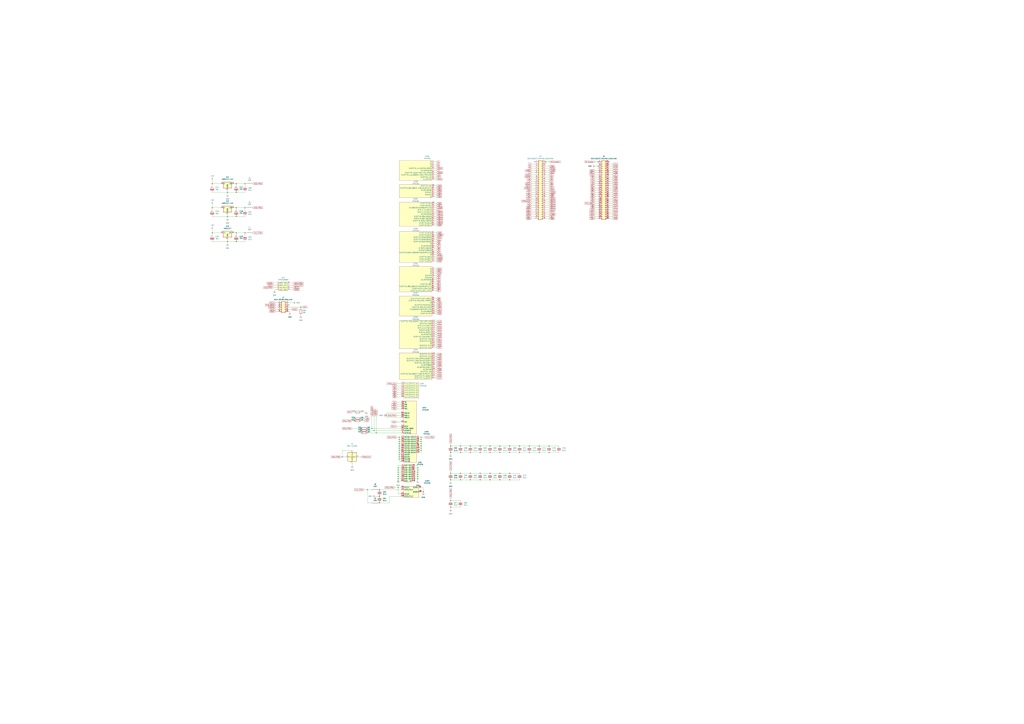
<source format=kicad_sch>
(kicad_sch (version 20211123) (generator eeschema)
  (paper "A0")
  (junction (at 591.82 549.91))
  (junction (at 463.55 528.32))
  (junction (at 485.14 546.1))
  (junction (at 246.38 270.51))
  (junction (at 694.69 187.96))
  (junction (at 523.24 557.53))
  (junction (at 568.96 525.78))
  (junction (at 557.53 557.53))
  (junction (at 463.55 523.24))
  (junction (at 463.55 533.4))
  (junction (at 463.55 508))
  (junction (at 431.8 497.84))
  (junction (at 462.28 556.26))
  (junction (at 463.55 513.08))
  (junction (at 463.55 510.54))
  (junction (at 488.95 515.62))
  (junction (at 523.24 581.66))
  (junction (at 580.39 525.78))
  (junction (at 603.25 525.78))
  (junction (at 246.38 241.3))
  (junction (at 397.51 530.86))
  (junction (at 557.53 525.78))
  (junction (at 491.49 571.5))
  (junction (at 485.14 556.26))
  (junction (at 448.31 482.6))
  (junction (at 264.16 223.52))
  (junction (at 463.55 515.62))
  (junction (at 274.32 251.46))
  (junction (at 462.28 553.72))
  (junction (at 546.1 549.91))
  (junction (at 523.24 525.78))
  (junction (at 580.39 557.53))
  (junction (at 614.68 518.16))
  (junction (at 284.48 213.36))
  (junction (at 440.69 584.2))
  (junction (at 546.1 518.16))
  (junction (at 436.88 502.92))
  (junction (at 626.11 518.16))
  (junction (at 264.16 280.67))
  (junction (at 488.95 520.7))
  (junction (at 488.95 523.24))
  (junction (at 694.69 193.04))
  (junction (at 419.1 497.84))
  (junction (at 440.69 576.58))
  (junction (at 462.28 543.56))
  (junction (at 603.25 518.16))
  (junction (at 633.73 187.96))
  (junction (at 264.16 251.46))
  (junction (at 462.28 551.18))
  (junction (at 568.96 549.91))
  (junction (at 426.72 568.96))
  (junction (at 462.28 546.1))
  (junction (at 546.1 557.53))
  (junction (at 274.32 270.51))
  (junction (at 626.11 525.78))
  (junction (at 580.39 549.91))
  (junction (at 523.24 589.28))
  (junction (at 463.55 520.7))
  (junction (at 557.53 518.16))
  (junction (at 591.82 518.16))
  (junction (at 568.96 518.16))
  (junction (at 534.67 525.78))
  (junction (at 557.53 549.91))
  (junction (at 534.67 518.16))
  (junction (at 614.68 525.78))
  (junction (at 568.96 557.53))
  (junction (at 485.14 543.56))
  (junction (at 523.24 549.91))
  (junction (at 463.55 525.78))
  (junction (at 580.39 518.16))
  (junction (at 534.67 549.91))
  (junction (at 485.14 553.72))
  (junction (at 637.54 525.78))
  (junction (at 246.38 213.36))
  (junction (at 274.32 213.36))
  (junction (at 488.95 518.16))
  (junction (at 523.24 518.16))
  (junction (at 485.14 548.64))
  (junction (at 546.1 525.78))
  (junction (at 349.25 356.87))
  (junction (at 488.95 508))
  (junction (at 274.32 223.52))
  (junction (at 591.82 525.78))
  (junction (at 463.55 530.86))
  (junction (at 440.69 568.96))
  (junction (at 274.32 280.67))
  (junction (at 488.95 513.08))
  (junction (at 434.34 500.38))
  (junction (at 284.48 241.3))
  (junction (at 419.1 500.38))
  (junction (at 463.55 518.16))
  (junction (at 485.14 551.18))
  (junction (at 534.67 557.53))
  (junction (at 462.28 566.42))
  (junction (at 284.48 270.51))
  (junction (at 488.95 510.54))
  (junction (at 411.48 488.95))
  (junction (at 462.28 558.8))
  (junction (at 274.32 241.3))
  (junction (at 591.82 557.53))
  (junction (at 637.54 518.16))
  (junction (at 462.28 548.64))
  (no_connect (at 621.03 187.96))
  (no_connect (at 481.33 558.8))
  (no_connect (at 335.28 354.33))
  (no_connect (at 707.39 187.96))
  (wire (pts (xy 504.19 259.08) (xy 506.73 259.08)))
  (wire (pts (xy 617.22 203.2) (xy 621.03 203.2)))
  (wire (pts (xy 504.19 241.3) (xy 506.73 241.3)))
  (wire (pts (xy 274.32 270.51) (xy 284.48 270.51)))
  (wire (pts (xy 690.88 254) (xy 694.69 254)))
  (wire (pts (xy 633.73 200.66) (xy 637.54 200.66)))
  (wire (pts (xy 504.19 431.8) (xy 506.73 431.8)))
  (wire (pts (xy 690.88 203.2) (xy 694.69 203.2)))
  (wire (pts (xy 591.82 525.78) (xy 603.25 525.78)))
  (wire (pts (xy 504.19 337.82) (xy 506.73 337.82)))
  (wire (pts (xy 617.22 246.38) (xy 621.03 246.38)))
  (wire (pts (xy 463.55 535.94) (xy 466.09 535.94)))
  (wire (pts (xy 448.31 482.6) (xy 448.31 480.06)))
  (wire (pts (xy 284.48 270.51) (xy 285.75 270.51)))
  (wire (pts (xy 486.41 520.7) (xy 488.95 520.7)))
  (wire (pts (xy 504.19 228.6) (xy 506.73 228.6)))
  (wire (pts (xy 408.94 538.48) (xy 408.94 541.02)))
  (wire (pts (xy 448.31 485.14) (xy 448.31 482.6)))
  (wire (pts (xy 462.28 541.02) (xy 462.28 543.56)))
  (wire (pts (xy 504.19 290.83) (xy 506.73 290.83)))
  (wire (pts (xy 504.19 254) (xy 506.73 254)))
  (wire (pts (xy 419.1 478.79) (xy 425.45 478.79)))
  (wire (pts (xy 504.19 359.41) (xy 506.73 359.41)))
  (wire (pts (xy 284.48 241.3) (xy 284.48 243.84)))
  (wire (pts (xy 488.95 520.7) (xy 488.95 518.16)))
  (wire (pts (xy 504.19 203.2) (xy 506.73 203.2)))
  (wire (pts (xy 463.55 515.62) (xy 463.55 518.16)))
  (wire (pts (xy 504.19 312.42) (xy 506.73 312.42)))
  (wire (pts (xy 633.73 205.74) (xy 637.54 205.74)))
  (wire (pts (xy 626.11 518.16) (xy 637.54 518.16)))
  (wire (pts (xy 434.34 483.87) (xy 434.34 500.38)))
  (wire (pts (xy 461.01 450.85) (xy 466.09 450.85)))
  (wire (pts (xy 335.28 351.79) (xy 340.36 351.79)))
  (wire (pts (xy 462.28 556.26) (xy 462.28 558.8)))
  (wire (pts (xy 504.19 388.62) (xy 506.73 388.62)))
  (wire (pts (xy 504.19 361.95) (xy 506.73 361.95)))
  (wire (pts (xy 461.01 508) (xy 463.55 508)))
  (wire (pts (xy 481.33 551.18) (xy 485.14 551.18)))
  (wire (pts (xy 335.28 359.41) (xy 337.82 359.41)))
  (wire (pts (xy 463.55 533.4) (xy 463.55 535.94)))
  (wire (pts (xy 408.94 497.84) (xy 419.1 497.84)))
  (wire (pts (xy 504.19 383.54) (xy 506.73 383.54)))
  (wire (pts (xy 504.19 434.34) (xy 506.73 434.34)))
  (wire (pts (xy 435.61 576.58) (xy 440.69 576.58)))
  (wire (pts (xy 568.96 518.16) (xy 580.39 518.16)))
  (wire (pts (xy 504.19 283.21) (xy 506.73 283.21)))
  (wire (pts (xy 317.5 334.01) (xy 321.31 334.01)))
  (wire (pts (xy 320.04 356.87) (xy 322.58 356.87)))
  (wire (pts (xy 707.39 243.84) (xy 711.2 243.84)))
  (wire (pts (xy 690.88 205.74) (xy 694.69 205.74)))
  (wire (pts (xy 546.1 518.16) (xy 557.53 518.16)))
  (wire (pts (xy 557.53 557.53) (xy 568.96 557.53)))
  (wire (pts (xy 264.16 251.46) (xy 264.16 248.92)))
  (wire (pts (xy 637.54 525.78) (xy 648.97 525.78)))
  (wire (pts (xy 264.16 223.52) (xy 264.16 220.98)))
  (wire (pts (xy 486.41 523.24) (xy 488.95 523.24)))
  (wire (pts (xy 504.19 295.91) (xy 506.73 295.91)))
  (wire (pts (xy 546.1 525.78) (xy 557.53 525.78)))
  (wire (pts (xy 485.14 548.64) (xy 485.14 551.18)))
  (wire (pts (xy 633.73 218.44) (xy 637.54 218.44)))
  (wire (pts (xy 504.19 303.53) (xy 506.73 303.53)))
  (wire (pts (xy 488.95 523.24) (xy 488.95 520.7)))
  (wire (pts (xy 633.73 208.28) (xy 637.54 208.28)))
  (wire (pts (xy 707.39 215.9) (xy 711.2 215.9)))
  (wire (pts (xy 466.09 485.14) (xy 448.31 485.14)))
  (wire (pts (xy 488.95 508) (xy 492.76 508)))
  (wire (pts (xy 463.55 520.7) (xy 466.09 520.7)))
  (wire (pts (xy 690.88 218.44) (xy 694.69 218.44)))
  (wire (pts (xy 481.33 543.56) (xy 485.14 543.56)))
  (wire (pts (xy 591.82 549.91) (xy 603.25 549.91)))
  (wire (pts (xy 274.32 241.3) (xy 284.48 241.3)))
  (wire (pts (xy 707.39 238.76) (xy 711.2 238.76)))
  (wire (pts (xy 488.95 510.54) (xy 488.95 508)))
  (wire (pts (xy 461.01 495.3) (xy 466.09 495.3)))
  (wire (pts (xy 707.39 246.38) (xy 711.2 246.38)))
  (wire (pts (xy 504.19 236.22) (xy 506.73 236.22)))
  (wire (pts (xy 707.39 226.06) (xy 711.2 226.06)))
  (wire (pts (xy 504.19 375.92) (xy 506.73 375.92)))
  (wire (pts (xy 416.56 530.86) (xy 419.1 530.86)))
  (wire (pts (xy 271.78 241.3) (xy 274.32 241.3)))
  (wire (pts (xy 504.19 381) (xy 506.73 381)))
  (wire (pts (xy 534.67 549.91) (xy 546.1 549.91)))
  (wire (pts (xy 462.28 546.1) (xy 462.28 548.64)))
  (wire (pts (xy 419.1 497.84) (xy 419.1 500.38)))
  (wire (pts (xy 504.19 393.7) (xy 506.73 393.7)))
  (wire (pts (xy 633.73 226.06) (xy 637.54 226.06)))
  (wire (pts (xy 481.33 541.02) (xy 485.14 541.02)))
  (wire (pts (xy 523.24 581.66) (xy 534.67 581.66)))
  (wire (pts (xy 504.19 327.66) (xy 506.73 327.66)))
  (wire (pts (xy 452.12 576.58) (xy 452.12 584.2)))
  (wire (pts (xy 462.28 546.1) (xy 466.09 546.1)))
  (wire (pts (xy 690.88 200.66) (xy 694.69 200.66)))
  (wire (pts (xy 462.28 543.56) (xy 462.28 546.1)))
  (wire (pts (xy 504.19 396.24) (xy 506.73 396.24)))
  (wire (pts (xy 488.95 513.08) (xy 488.95 510.54)))
  (wire (pts (xy 246.38 270.51) (xy 256.54 270.51)))
  (wire (pts (xy 633.73 215.9) (xy 637.54 215.9)))
  (wire (pts (xy 523.24 547.37) (xy 523.24 549.91)))
  (wire (pts (xy 504.19 330.2) (xy 506.73 330.2)))
  (wire (pts (xy 694.69 187.96) (xy 694.69 190.5)))
  (wire (pts (xy 463.55 520.7) (xy 463.55 523.24)))
  (wire (pts (xy 397.51 530.86) (xy 401.32 530.86)))
  (wire (pts (xy 246.38 251.46) (xy 264.16 251.46)))
  (wire (pts (xy 504.19 436.88) (xy 506.73 436.88)))
  (wire (pts (xy 633.73 220.98) (xy 637.54 220.98)))
  (wire (pts (xy 707.39 223.52) (xy 711.2 223.52)))
  (wire (pts (xy 690.88 213.36) (xy 694.69 213.36)))
  (wire (pts (xy 633.73 254) (xy 637.54 254)))
  (wire (pts (xy 504.19 346.71) (xy 506.73 346.71)))
  (wire (pts (xy 426.72 584.2) (xy 426.72 568.96)))
  (wire (pts (xy 504.19 414.02) (xy 506.73 414.02)))
  (wire (pts (xy 486.41 518.16) (xy 488.95 518.16)))
  (wire (pts (xy 463.55 523.24) (xy 463.55 525.78)))
  (wire (pts (xy 504.19 398.78) (xy 506.73 398.78)))
  (wire (pts (xy 431.8 483.87) (xy 431.8 497.84)))
  (wire (pts (xy 617.22 236.22) (xy 621.03 236.22)))
  (wire (pts (xy 397.51 523.24) (xy 408.94 523.24)))
  (wire (pts (xy 504.19 218.44) (xy 506.73 218.44)))
  (wire (pts (xy 264.16 280.67) (xy 264.16 283.21)))
  (wire (pts (xy 461.01 455.93) (xy 466.09 455.93)))
  (wire (pts (xy 485.14 543.56) (xy 485.14 546.1)))
  (wire (pts (xy 617.22 208.28) (xy 621.03 208.28)))
  (wire (pts (xy 462.28 551.18) (xy 462.28 553.72)))
  (wire (pts (xy 546.1 557.53) (xy 557.53 557.53)))
  (wire (pts (xy 440.69 568.96) (xy 466.09 568.96)))
  (wire (pts (xy 485.14 553.72) (xy 485.14 556.26)))
  (wire (pts (xy 466.09 541.02) (xy 462.28 541.02)))
  (wire (pts (xy 617.22 238.76) (xy 621.03 238.76)))
  (wire (pts (xy 690.88 231.14) (xy 694.69 231.14)))
  (wire (pts (xy 546.1 549.91) (xy 557.53 549.91)))
  (wire (pts (xy 504.19 325.12) (xy 506.73 325.12)))
  (wire (pts (xy 485.14 541.02) (xy 485.14 543.56)))
  (wire (pts (xy 504.19 356.87) (xy 506.73 356.87)))
  (wire (pts (xy 318.77 336.55) (xy 321.31 336.55)))
  (wire (pts (xy 320.04 354.33) (xy 322.58 354.33)))
  (wire (pts (xy 504.19 248.92) (xy 506.73 248.92)))
  (wire (pts (xy 439.42 568.96) (xy 440.69 568.96)))
  (wire (pts (xy 504.19 256.54) (xy 506.73 256.54)))
  (wire (pts (xy 504.19 246.38) (xy 506.73 246.38)))
  (wire (pts (xy 463.55 533.4) (xy 466.09 533.4)))
  (wire (pts (xy 466.09 576.58) (xy 452.12 576.58)))
  (wire (pts (xy 463.55 530.86) (xy 466.09 530.86)))
  (wire (pts (xy 271.78 213.36) (xy 274.32 213.36)))
  (wire (pts (xy 690.88 228.6) (xy 694.69 228.6)))
  (wire (pts (xy 617.22 195.58) (xy 621.03 195.58)))
  (wire (pts (xy 557.53 518.16) (xy 568.96 518.16)))
  (wire (pts (xy 336.55 334.01) (xy 340.36 334.01)))
  (wire (pts (xy 486.41 510.54) (xy 488.95 510.54)))
  (wire (pts (xy 633.73 238.76) (xy 637.54 238.76)))
  (wire (pts (xy 284.48 241.3) (xy 285.75 241.3)))
  (wire (pts (xy 504.19 285.75) (xy 506.73 285.75)))
  (wire (pts (xy 633.73 193.04) (xy 637.54 193.04)))
  (wire (pts (xy 504.19 378.46) (xy 506.73 378.46)))
  (wire (pts (xy 504.19 419.1) (xy 506.73 419.1)))
  (wire (pts (xy 336.55 336.55) (xy 340.36 336.55)))
  (wire (pts (xy 690.88 233.68) (xy 694.69 233.68)))
  (wire (pts (xy 707.39 220.98) (xy 711.2 220.98)))
  (wire (pts (xy 426.72 497.84) (xy 431.8 497.84)))
  (wire (pts (xy 463.55 510.54) (xy 466.09 510.54)))
  (wire (pts (xy 463.55 523.24) (xy 466.09 523.24)))
  (wire (pts (xy 488.95 525.78) (xy 488.95 523.24)))
  (wire (pts (xy 504.19 208.28) (xy 506.73 208.28)))
  (wire (pts (xy 690.88 243.84) (xy 694.69 243.84)))
  (wire (pts (xy 568.96 549.91) (xy 580.39 549.91)))
  (wire (pts (xy 246.38 241.3) (xy 256.54 241.3)))
  (wire (pts (xy 617.22 200.66) (xy 621.03 200.66)))
  (wire (pts (xy 707.39 200.66) (xy 711.2 200.66)))
  (wire (pts (xy 317.5 331.47) (xy 321.31 331.47)))
  (wire (pts (xy 504.19 386.08) (xy 506.73 386.08)))
  (wire (pts (xy 481.33 548.64) (xy 485.14 548.64)))
  (wire (pts (xy 349.25 358.14) (xy 349.25 356.87)))
  (wire (pts (xy 690.88 210.82) (xy 694.69 210.82)))
  (wire (pts (xy 690.88 193.04) (xy 694.69 193.04)))
  (wire (pts (xy 633.73 187.96) (xy 637.54 187.96)))
  (wire (pts (xy 504.19 411.48) (xy 506.73 411.48)))
  (wire (pts (xy 504.19 351.79) (xy 506.73 351.79)))
  (wire (pts (xy 461.01 472.44) (xy 466.09 472.44)))
  (wire (pts (xy 481.33 556.26) (xy 485.14 556.26)))
  (wire (pts (xy 486.41 508) (xy 488.95 508)))
  (wire (pts (xy 246.38 213.36) (xy 256.54 213.36)))
  (wire (pts (xy 458.47 566.42) (xy 462.28 566.42)))
  (wire (pts (xy 274.32 213.36) (xy 284.48 213.36)))
  (wire (pts (xy 411.48 486.41) (xy 411.48 488.95)))
  (wire (pts (xy 580.39 549.91) (xy 591.82 549.91)))
  (wire (pts (xy 504.19 439.42) (xy 506.73 439.42)))
  (wire (pts (xy 617.22 248.92) (xy 621.03 248.92)))
  (wire (pts (xy 426.72 568.96) (xy 431.8 568.96)))
  (wire (pts (xy 320.04 359.41) (xy 322.58 359.41)))
  (wire (pts (xy 617.22 226.06) (xy 621.03 226.06)))
  (wire (pts (xy 461.01 474.98) (xy 466.09 474.98)))
  (wire (pts (xy 461.01 490.22) (xy 466.09 490.22)))
  (wire (pts (xy 320.04 351.79) (xy 322.58 351.79)))
  (wire (pts (xy 557.53 525.78) (xy 568.96 525.78)))
  (wire (pts (xy 617.22 213.36) (xy 621.03 213.36)))
  (wire (pts (xy 463.55 508) (xy 463.55 510.54)))
  (wire (pts (xy 504.19 424.18) (xy 506.73 424.18)))
  (wire (pts (xy 504.19 226.06) (xy 506.73 226.06)))
  (wire (pts (xy 462.28 548.64) (xy 462.28 551.18)))
  (wire (pts (xy 504.19 426.72) (xy 506.73 426.72)))
  (wire (pts (xy 617.22 228.6) (xy 621.03 228.6)))
  (wire (pts (xy 271.78 270.51) (xy 274.32 270.51)))
  (wire (pts (xy 504.19 200.66) (xy 506.73 200.66)))
  (wire (pts (xy 463.55 518.16) (xy 466.09 518.16)))
  (wire (pts (xy 617.22 218.44) (xy 621.03 218.44)))
  (wire (pts (xy 504.19 280.67) (xy 506.73 280.67)))
  (wire (pts (xy 481.33 553.72) (xy 485.14 553.72)))
  (wire (pts (xy 690.88 248.92) (xy 694.69 248.92)))
  (wire (pts (xy 504.19 288.29) (xy 506.73 288.29)))
  (wire (pts (xy 523.24 515.62) (xy 523.24 518.16)))
  (wire (pts (xy 591.82 557.53) (xy 603.25 557.53)))
  (wire (pts (xy 488.95 518.16) (xy 488.95 515.62)))
  (wire (pts (xy 461.01 482.6) (xy 466.09 482.6)))
  (wire (pts (xy 504.19 243.84) (xy 506.73 243.84)))
  (wire (pts (xy 336.55 361.95) (xy 336.55 363.22)))
  (wire (pts (xy 396.24 530.86) (xy 397.51 530.86)))
  (wire (pts (xy 707.39 218.44) (xy 711.2 218.44)))
  (wire (pts (xy 707.39 210.82) (xy 711.2 210.82)))
  (wire (pts (xy 463.55 513.08) (xy 463.55 515.62)))
  (wire (pts (xy 462.28 551.18) (xy 466.09 551.18)))
  (wire (pts (xy 246.38 280.67) (xy 264.16 280.67)))
  (wire (pts (xy 461.01 467.36) (xy 466.09 467.36)))
  (wire (pts (xy 617.22 254) (xy 621.03 254)))
  (wire (pts (xy 617.22 210.82) (xy 621.03 210.82)))
  (wire (pts (xy 504.19 332.74) (xy 506.73 332.74)))
  (wire (pts (xy 504.19 275.59) (xy 506.73 275.59)))
  (wire (pts (xy 707.39 251.46) (xy 711.2 251.46)))
  (wire (pts (xy 463.55 510.54) (xy 463.55 513.08)))
  (wire (pts (xy 633.73 248.92) (xy 637.54 248.92)))
  (wire (pts (xy 626.11 525.78) (xy 637.54 525.78)))
  (wire (pts (xy 419.1 500.38) (xy 419.1 502.92)))
  (wire (pts (xy 523.24 525.78) (xy 523.24 528.32)))
  (wire (pts (xy 504.19 193.04) (xy 506.73 193.04)))
  (wire (pts (xy 463.55 528.32) (xy 466.09 528.32)))
  (wire (pts (xy 617.22 223.52) (xy 621.03 223.52)))
  (wire (pts (xy 264.16 280.67) (xy 274.32 280.67)))
  (wire (pts (xy 523.24 525.78) (xy 534.67 525.78)))
  (wire (pts (xy 504.19 220.98) (xy 506.73 220.98)))
  (wire (pts (xy 707.39 213.36) (xy 711.2 213.36)))
  (wire (pts (xy 488.95 515.62) (xy 488.95 513.08)))
  (wire (pts (xy 485.14 556.26) (xy 485.14 558.8)))
  (wire (pts (xy 504.19 238.76) (xy 506.73 238.76)))
  (wire (pts (xy 264.16 223.52) (xy 274.32 223.52)))
  (wire (pts (xy 707.39 228.6) (xy 711.2 228.6)))
  (wire (pts (xy 246.38 243.84) (xy 246.38 241.3)))
  (wire (pts (xy 488.95 566.42) (xy 491.49 566.42)))
  (wire (pts (xy 462.28 558.8) (xy 466.09 558.8)))
  (wire (pts (xy 486.41 515.62) (xy 488.95 515.62)))
  (wire (pts (xy 264.16 251.46) (xy 264.16 254)))
  (wire (pts (xy 633.73 198.12) (xy 637.54 198.12)))
  (wire (pts (xy 690.88 226.06) (xy 694.69 226.06)))
  (wire (pts (xy 504.19 364.49) (xy 506.73 364.49)))
  (wire (pts (xy 633.73 210.82) (xy 637.54 210.82)))
  (wire (pts (xy 633.73 241.3) (xy 637.54 241.3)))
  (wire (pts (xy 504.19 223.52) (xy 506.73 223.52)))
  (wire (pts (xy 504.19 293.37) (xy 506.73 293.37)))
  (wire (pts (xy 523.24 589.28) (xy 523.24 591.82)))
  (wire (pts (xy 580.39 518.16) (xy 591.82 518.16)))
  (wire (pts (xy 504.19 317.5) (xy 506.73 317.5)))
  (wire (pts (xy 707.39 198.12) (xy 711.2 198.12)))
  (wire (pts (xy 523.24 549.91) (xy 534.67 549.91)))
  (wire (pts (xy 419.1 486.41) (xy 422.91 486.41)))
  (wire (pts (xy 504.19 314.96) (xy 506.73 314.96)))
  (wire (pts (xy 463.55 525.78) (xy 466.09 525.78)))
  (wire (pts (xy 534.67 525.78) (xy 546.1 525.78)))
  (wire (pts (xy 690.88 241.3) (xy 694.69 241.3)))
  (wire (pts (xy 690.88 238.76) (xy 694.69 238.76)))
  (wire (pts (xy 633.73 223.52) (xy 637.54 223.52)))
  (wire (pts (xy 349.25 365.76) (xy 349.25 367.03)))
  (wire (pts (xy 274.32 215.9) (xy 274.32 213.36)))
  (wire (pts (xy 448.31 480.06) (xy 466.09 480.06)))
  (wire (pts (xy 408.94 488.95) (xy 411.48 488.95)))
  (wire (pts (xy 504.19 215.9) (xy 506.73 215.9)))
  (wire (pts (xy 617.22 193.04) (xy 621.03 193.04)))
  (wire (pts (xy 617.22 198.12) (xy 621.03 198.12)))
  (wire (pts (xy 408.94 478.79) (xy 411.48 478.79)))
  (wire (pts (xy 274.32 223.52) (xy 284.48 223.52)))
  (wire (pts (xy 274.32 273.05) (xy 274.32 270.51)))
  (wire (pts (xy 504.19 270.51) (xy 506.73 270.51)))
  (wire (pts (xy 591.82 518.16) (xy 603.25 518.16)))
  (wire (pts (xy 452.12 584.2) (xy 440.69 584.2)))
  (wire (pts (xy 690.88 246.38) (xy 694.69 246.38)))
  (wire (pts (xy 504.19 205.74) (xy 506.73 205.74)))
  (wire (pts (xy 633.73 233.68) (xy 637.54 233.68)))
  (wire (pts (xy 707.39 190.5) (xy 711.2 190.5)))
  (wire (pts (xy 463.55 530.86) (xy 463.55 533.4)))
  (wire (pts (xy 504.19 273.05) (xy 506.73 273.05)))
  (wire (pts (xy 491.49 566.42) (xy 491.49 571.5)))
  (wire (pts (xy 461.01 453.39) (xy 466.09 453.39)))
  (wire (pts (xy 264.16 251.46) (xy 274.32 251.46)))
  (wire (pts (xy 504.19 298.45) (xy 506.73 298.45)))
  (wire (pts (xy 633.73 187.96) (xy 633.73 190.5)))
  (wire (pts (xy 617.22 205.74) (xy 621.03 205.74)))
  (wire (pts (xy 284.48 270.51) (xy 284.48 273.05)))
  (wire (pts (xy 246.38 209.55) (xy 246.38 213.36)))
  (wire (pts (xy 463.55 508) (xy 466.09 508)))
  (wire (pts (xy 246.38 215.9) (xy 246.38 213.36)))
  (wire (pts (xy 557.53 549.91) (xy 568.96 549.91)))
  (wire (pts (xy 336.55 328.93) (xy 340.36 328.93)))
  (wire (pts (xy 707.39 193.04) (xy 711.2 193.04)))
  (wire (pts (xy 461.01 469.9) (xy 466.09 469.9)))
  (wire (pts (xy 534.67 557.53) (xy 546.1 557.53)))
  (wire (pts (xy 633.73 243.84) (xy 637.54 243.84)))
  (wire (pts (xy 633.73 228.6) (xy 637.54 228.6)))
  (wire (pts (xy 246.38 273.05) (xy 246.38 270.51)))
  (wire (pts (xy 466.09 574.04) (xy 462.28 574.04)))
  (wire (pts (xy 431.8 584.2) (xy 426.72 584.2)))
  (wire (pts (xy 523.24 579.12) (xy 523.24 581.66)))
  (wire (pts (xy 568.96 525.78) (xy 580.39 525.78)))
  (wire (pts (xy 335.28 356.87) (xy 349.25 356.87)))
  (wire (pts (xy 436.88 483.87) (xy 436.88 502.92)))
  (wire (pts (xy 397.51 530.86) (xy 397.51 523.24)))
  (wire (pts (xy 690.88 220.98) (xy 694.69 220.98)))
  (wire (pts (xy 707.39 248.92) (xy 711.2 248.92)))
  (wire (pts (xy 617.22 215.9) (xy 621.03 215.9)))
  (wire (pts (xy 461.01 461.01) (xy 466.09 461.01)))
  (wire (pts (xy 707.39 231.14) (xy 711.2 231.14)))
  (wire (pts (xy 462.28 553.72) (xy 462.28 556.26)))
  (wire (pts (xy 504.19 373.38) (xy 506.73 373.38)))
  (wire (pts (xy 617.22 251.46) (xy 621.03 251.46)))
  (wire (pts (xy 504.19 401.32) (xy 506.73 401.32)))
  (wire (pts (xy 349.25 356.87) (xy 350.52 356.87)))
  (wire (pts (xy 463.55 525.78) (xy 463.55 528.32)))
  (wire (pts (xy 491.49 571.5) (xy 491.49 572.77)))
  (wire (pts (xy 633.73 213.36) (xy 637.54 213.36)))
  (wire (pts (xy 274.32 251.46) (xy 284.48 251.46)))
  (wire (pts (xy 504.19 391.16) (xy 506.73 391.16)))
  (wire (pts (xy 284.48 213.36) (xy 285.75 213.36)))
  (wire (pts (xy 707.39 233.68) (xy 711.2 233.68)))
  (wire (pts (xy 504.19 429.26) (xy 506.73 429.26)))
  (wire (pts (xy 633.73 251.46) (xy 637.54 251.46)))
  (wire (pts (xy 707.39 195.58) (xy 711.2 195.58)))
  (wire (pts (xy 461.01 458.47) (xy 466.09 458.47)))
  (wire (pts (xy 690.88 223.52) (xy 694.69 223.52)))
  (wire (pts (xy 707.39 254) (xy 711.2 254)))
  (wire (pts (xy 617.22 241.3) (xy 621.03 241.3)))
  (wire (pts (xy 422.91 568.96) (xy 426.72 568.96)))
  (wire (pts (xy 426.72 502.92) (xy 436.88 502.92)))
  (wire (pts (xy 617.22 233.68) (xy 621.03 233.68)))
  (wire (pts (xy 284.48 213.36) (xy 284.48 215.9)))
  (wire (pts (xy 436.88 502.92) (xy 466.09 502.92)))
  (wire (pts (xy 463.55 528.32) (xy 463.55 530.86)))
  (wire (pts (xy 617.22 190.5) (xy 621.03 190.5)))
  (wire (pts (xy 246.38 237.49) (xy 246.38 241.3)))
  (wire (pts (xy 504.19 251.46) (xy 506.73 251.46)))
  (wire (pts (xy 534.67 518.16) (xy 546.1 518.16)))
  (wire (pts (xy 580.39 557.53) (xy 591.82 557.53)))
  (wire (pts (xy 690.88 215.9) (xy 694.69 215.9)))
  (wire (pts (xy 461.01 448.31) (xy 466.09 448.31)))
  (wire (pts (xy 320.04 361.95) (xy 322.58 361.95)))
  (wire (pts (xy 504.19 416.56) (xy 506.73 416.56)))
  (wire (pts (xy 690.88 236.22) (xy 694.69 236.22)))
  (wire (pts (xy 419.1 488.95) (xy 422.91 488.95)))
  (wire (pts (xy 485.14 551.18) (xy 485.14 553.72)))
  (wire (pts (xy 463.55 513.08) (xy 466.09 513.08)))
  (wire (pts (xy 603.25 525.78) (xy 614.68 525.78)))
  (wire (pts (xy 690.88 187.96) (xy 694.69 187.96)))
  (wire (pts (xy 523.24 589.28) (xy 534.67 589.28)))
  (wire (pts (xy 707.39 236.22) (xy 711.2 236.22)))
  (wire (pts (xy 461.01 445.77) (xy 466.09 445.77)))
  (wire (pts (xy 504.19 354.33) (xy 506.73 354.33)))
  (wire (pts (xy 614.68 525.78) (xy 626.11 525.78)))
  (wire (pts (xy 633.73 203.2) (xy 637.54 203.2)))
  (wire (pts (xy 504.19 322.58) (xy 506.73 322.58)))
  (wire (pts (xy 439.42 584.2) (xy 440.69 584.2)))
  (wire (pts (xy 335.28 361.95) (xy 336.55 361.95)))
  (wire (pts (xy 504.19 198.12) (xy 506.73 198.12)))
  (wire (pts (xy 246.38 266.7) (xy 246.38 270.51)))
  (wire (pts (xy 485.14 546.1) (xy 485.14 548.64)))
  (wire (pts (xy 504.19 403.86) (xy 506.73 403.86)))
  (wire (pts (xy 568.96 557.53) (xy 580.39 557.53)))
  (wire (pts (xy 504.19 190.5) (xy 506.73 190.5)))
  (wire (pts (xy 504.19 261.62) (xy 506.73 261.62)))
  (wire (pts (xy 504.19 278.13) (xy 506.73 278.13)))
  (wire (pts (xy 486.41 525.78) (xy 488.95 525.78)))
  (wire (pts (xy 617.22 231.14) (xy 621.03 231.14)))
  (wire (pts (xy 690.88 198.12) (xy 694.69 198.12)))
  (wire (pts (xy 317.5 328.93) (xy 321.31 328.93)))
  (wire (pts (xy 504.19 195.58) (xy 506.73 195.58)))
  (wire (pts (xy 523.24 557.53) (xy 534.67 557.53)))
  (wire (pts (xy 690.88 208.28) (xy 694.69 208.28)))
  (wire (pts (xy 504.19 335.28) (xy 506.73 335.28)))
  (wire (pts (xy 707.39 208.28) (xy 711.2 208.28)))
  (wire (pts (xy 633.73 246.38) (xy 637.54 246.38)))
  (wire (pts (xy 504.19 300.99) (xy 506.73 300.99)))
  (wire (pts (xy 523.24 518.16) (xy 534.67 518.16)))
  (wire (pts (xy 431.8 497.84) (xy 466.09 497.84)))
  (wire (pts (xy 486.41 513.08) (xy 488.95 513.08)))
  (wire (pts (xy 274.32 243.84) (xy 274.32 241.3)))
  (wire (pts (xy 523.24 557.53) (xy 523.24 560.07)))
  (wire (pts (xy 707.39 241.3) (xy 711.2 241.3)))
  (wire (pts (xy 504.19 421.64) (xy 506.73 421.64)))
  (wire (pts (xy 463.55 515.62) (xy 466.09 515.62)))
  (wire (pts (xy 580.39 525.78) (xy 591.82 525.78)))
  (wire (pts (xy 617.22 220.98) (xy 621.03 220.98)))
  (wire (pts (xy 633.73 236.22) (xy 637.54 236.22)))
  (wire (pts (xy 488.95 571.5) (xy 491.49 571.5)))
  (wire (pts (xy 707.39 205.74) (xy 711.2 205.74)))
  (wire (pts (xy 603.25 518.16) (xy 614.68 518.16)))
  (wire (pts (xy 462.28 566.42) (xy 466.09 566.42)))
  (wire (pts (xy 463.55 518.16) (xy 463.55 520.7)))
  (wire (pts (xy 462.28 548.64) (xy 466.09 548.64)))
  (wire (pts (xy 462.28 556.26) (xy 466.09 556.26)))
  (wire (pts (xy 690.88 251.46) (xy 694.69 251.46)))
  (wire (pts (xy 426.72 500.38) (xy 434.34 500.38)))
  (wire (pts (xy 462.28 543.56) (xy 466.09 543.56)))
  (wire (pts (xy 264.16 223.52) (xy 264.16 226.06)))
  (wire (pts (xy 633.73 195.58) (xy 637.54 195.58)))
  (wire (pts (xy 617.22 243.84) (xy 621.03 243.84)))
  (wire (pts (xy 246.38 223.52) (xy 264.16 223.52)))
  (wire (pts (xy 504.19 349.25) (xy 506.73 349.25)))
  (wire (pts (xy 462.28 574.04) (xy 462.28 566.42)))
  (wire (pts (xy 481.33 546.1) (xy 485.14 546.1)))
  (wire (pts (xy 637.54 518.16) (xy 648.97 518.16)))
  (wire (pts (xy 504.19 320.04) (xy 506.73 320.04)))
  (wire (pts (xy 274.32 280.67) (xy 284.48 280.67)))
  (wire (pts (xy 614.68 518.16) (xy 626.11 518.16)))
  (wire (pts (xy 633.73 231.14) (xy 637.54 231.14)))
  (wire (pts (xy 264.16 280.67) (xy 264.16 278.13)))
  (wire (pts (xy 707.39 203.2) (xy 711.2 203.2)))
  (wire (pts (xy 318.77 337.82) (xy 318.77 336.55)))
  (wire (pts (xy 694.69 193.04) (xy 694.69 195.58)))
  (wire (pts (xy 462.28 553.72) (xy 466.09 553.72)))
  (wire (pts (xy 504.19 187.96) (xy 506.73 187.96)))
  (wire (pts (xy 336.55 331.47) (xy 340.36 331.47)))
  (wire (pts (xy 434.34 500.38) (xy 466.09 500.38)))
  (global_label "A8" (shape input) (at 506.73 283.21 0) (property "Intersheet References" "${INTERSHEET_REFS}" (effects hide)))
  (global_label "3V3_FPGA" (shape input) (at 523.24 515.62 90) (property "Intersheet References" "${INTERSHEET_REFS}" (effects hide)))
  (global_label "TDO" (shape input) (at 617.22 228.6 180) (property "Intersheet References" "${INTERSHEET_REFS}" (effects hide)))
  (global_label "nCONF" (shape input) (at 320.04 356.87 180) (property "Intersheet References" "${INTERSHEET_REFS}" (effects hide)))
  (global_label "A9" (shape input) (at 506.73 280.67 0) (property "Intersheet References" "${INTERSHEET_REFS}" (effects hide)))
  (global_label "105" (shape input) (at 506.73 361.95 0) (property "Intersheet References" "${INTERSHEET_REFS}" (effects hide)))
  (global_label "A8" (shape input) (at 637.54 213.36 0) (property "Intersheet References" "${INTERSHEET_REFS}" (effects hide)))
  (global_label "112" (shape input) (at 711.2 246.38 0) (property "Intersheet References" "${INTERSHEET_REFS}" (effects hide)))
  (global_label "ASDO" (shape input) (at 506.73 195.58 0) (property "Intersheet References" "${INTERSHEET_REFS}" (effects hide)))
  (global_label "137" (shape input) (at 711.2 203.2 0) (property "Intersheet References" "${INTERSHEET_REFS}" (effects hide)))
  (global_label "111" (shape input) (at 506.73 375.92 0) (property "Intersheet References" "${INTERSHEET_REFS}" (effects hide)))
  (global_label "2" (shape input) (at 617.22 193.04 180) (property "Intersheet References" "${INTERSHEET_REFS}" (effects hide)))
  (global_label "100" (shape input) (at 506.73 351.79 0) (property "Intersheet References" "${INTERSHEET_REFS}" (effects hide)))
  (global_label "88" (shape input) (at 690.88 226.06 180) (property "Intersheet References" "${INTERSHEET_REFS}" (effects hide)))
  (global_label "DQ6" (shape input) (at 506.73 236.22 0) (property "Intersheet References" "${INTERSHEET_REFS}" (effects hide)))
  (global_label "DQ10" (shape input) (at 637.54 231.14 0) (property "Intersheet References" "${INTERSHEET_REFS}" (effects hide)))
  (global_label "110" (shape input) (at 711.2 251.46 0) (property "Intersheet References" "${INTERSHEET_REFS}" (effects hide)))
  (global_label "129" (shape input) (at 711.2 215.9 0) (property "Intersheet References" "${INTERSHEET_REFS}" (effects hide)))
  (global_label "A1" (shape input) (at 506.73 322.58 0) (property "Intersheet References" "${INTERSHEET_REFS}" (effects hide)))
  (global_label "A0" (shape input) (at 506.73 320.04 0) (property "Intersheet References" "${INTERSHEET_REFS}" (effects hide)))
  (global_label "NCSO" (shape input) (at 617.22 203.2 180) (property "Intersheet References" "${INTERSHEET_REFS}" (effects hide)))
  (global_label "DQ14" (shape input) (at 637.54 241.3 0) (property "Intersheet References" "${INTERSHEET_REFS}" (effects hide)))
  (global_label "111" (shape input) (at 711.2 248.92 0) (property "Intersheet References" "${INTERSHEET_REFS}" (effects hide)))
  (global_label "FPGA_CLK" (shape input) (at 419.1 530.86 0) (property "Intersheet References" "${INTERSHEET_REFS}" (effects hide)))
  (global_label "114" (shape input) (at 506.73 383.54 0) (property "Intersheet References" "${INTERSHEET_REFS}" (effects hide)))
  (global_label "CS#" (shape input) (at 506.73 303.53 0) (property "Intersheet References" "${INTERSHEET_REFS}" (effects hide)))
  (global_label "A11" (shape input) (at 637.54 218.44 0) (property "Intersheet References" "${INTERSHEET_REFS}" (effects hide)))
  (global_label "127" (shape input) (at 506.73 403.86 0) (property "Intersheet References" "${INTERSHEET_REFS}" (effects hide)))
  (global_label "TMS" (shape input) (at 617.22 226.06 180) (property "Intersheet References" "${INTERSHEET_REFS}" (effects hide)))
  (global_label "89" (shape input) (at 690.88 228.6 180) (property "Intersheet References" "${INTERSHEET_REFS}" (effects hide)))
  (global_label "99" (shape input) (at 506.73 349.25 0) (property "Intersheet References" "${INTERSHEET_REFS}" (effects hide)))
  (global_label "DQ13" (shape input) (at 637.54 238.76 0) (property "Intersheet References" "${INTERSHEET_REFS}" (effects hide)))
  (global_label "3V3_FPGA" (shape input) (at 396.24 530.86 180) (property "Intersheet References" "${INTERSHEET_REFS}" (effects hide)))
  (global_label "104" (shape input) (at 506.73 359.41 0) (property "Intersheet References" "${INTERSHEET_REFS}" (effects hide)))
  (global_label "1" (shape input) (at 617.22 190.5 180) (property "Intersheet References" "${INTERSHEET_REFS}" (effects hide)))
  (global_label "DQ8" (shape input) (at 637.54 226.06 0) (property "Intersheet References" "${INTERSHEET_REFS}" (effects hide)))
  (global_label "125" (shape input) (at 711.2 226.06 0) (property "Intersheet References" "${INTERSHEET_REFS}" (effects hide)))
  (global_label "DCLK" (shape input) (at 461.01 495.3 180) (property "Intersheet References" "${INTERSHEET_REFS}" (effects hide)))
  (global_label "DQ3" (shape input) (at 617.22 248.92 180) (property "Intersheet References" "${INTERSHEET_REFS}" (effects hide)))
  (global_label "nSTAT" (shape input) (at 617.22 205.74 180) (property "Intersheet References" "${INTERSHEET_REFS}" (effects hide)))
  (global_label "DQ0" (shape input) (at 617.22 241.3 180) (property "Intersheet References" "${INTERSHEET_REFS}" (effects hide)))
  (global_label "141" (shape input) (at 711.2 198.12 0) (property "Intersheet References" "${INTERSHEET_REFS}" (effects hide)))
  (global_label "LDQM" (shape input) (at 506.73 241.3 0) (property "Intersheet References" "${INTERSHEET_REFS}" (effects hide)))
  (global_label "115" (shape input) (at 711.2 238.76 0) (property "Intersheet References" "${INTERSHEET_REFS}" (effects hide)))
  (global_label "LDQM" (shape input) (at 637.54 248.92 0) (property "Intersheet References" "${INTERSHEET_REFS}" (effects hide)))
  (global_label "2V5_FPGA" (shape input) (at 293.37 241.3 0) (property "Intersheet References" "${INTERSHEET_REFS}" (effects hide)))
  (global_label "DQ3" (shape input) (at 506.73 223.52 0) (property "Intersheet References" "${INTERSHEET_REFS}" (effects hide)))
  (global_label "DQ4" (shape input) (at 617.22 251.46 180) (property "Intersheet References" "${INTERSHEET_REFS}" (effects hide)))
  (global_label "nCONF" (shape input) (at 617.22 218.44 180) (property "Intersheet References" "${INTERSHEET_REFS}" (effects hide)))
  (global_label "135" (shape input) (at 711.2 208.28 0) (property "Intersheet References" "${INTERSHEET_REFS}" (effects hide)))
  (global_label "105" (shape input) (at 690.88 254 180) (property "Intersheet References" "${INTERSHEET_REFS}" (effects hide)))
  (global_label "127" (shape input) (at 711.2 220.98 0) (property "Intersheet References" "${INTERSHEET_REFS}" (effects hide)))
  (global_label "TDI" (shape input) (at 422.91 488.95 0) (property "Intersheet References" "${INTERSHEET_REFS}" (effects hide)))
  (global_label "DQ14" (shape input) (at 506.73 248.92 0) (property "Intersheet References" "${INTERSHEET_REFS}" (effects hide)))
  (global_label "142" (shape input) (at 506.73 434.34 0) (property "Intersheet References" "${INTERSHEET_REFS}" (effects hide)))
  (global_label "DQ15" (shape input) (at 506.73 246.38 0) (property "Intersheet References" "${INTERSHEET_REFS}" (effects hide)))
  (global_label "CKE" (shape input) (at 506.73 275.59 0) (property "Intersheet References" "${INTERSHEET_REFS}" (effects hide)))
  (global_label "DQ12" (shape input) (at 506.73 254 0) (property "Intersheet References" "${INTERSHEET_REFS}" (effects hide)))
  (global_label "119" (shape input) (at 506.73 388.62 0) (property "Intersheet References" "${INTERSHEET_REFS}" (effects hide)))
  (global_label "7" (shape input) (at 617.22 200.66 180) (property "Intersheet References" "${INTERSHEET_REFS}" (effects hide)))
  (global_label "84" (shape input) (at 506.73 330.2 0) (property "Intersheet References" "${INTERSHEET_REFS}" (effects hide)))
  (global_label "137" (shape input) (at 506.73 426.72 0) (property "Intersheet References" "${INTERSHEET_REFS}" (effects hide)))
  (global_label "3V3_FPGA" (shape input) (at 461.01 508 180) (property "Intersheet References" "${INTERSHEET_REFS}" (effects hide)))
  (global_label "DQ2" (shape input) (at 617.22 246.38 180) (property "Intersheet References" "${INTERSHEET_REFS}" (effects hide)))
  (global_label "89" (shape input) (at 461.01 458.47 180) (property "Intersheet References" "${INTERSHEET_REFS}" (effects hide)))
  (global_label "101" (shape input) (at 506.73 354.33 0) (property "Intersheet References" "${INTERSHEET_REFS}" (effects hide)))
  (global_label "124" (shape input) (at 711.2 228.6 0) (property "Intersheet References" "${INTERSHEET_REFS}" (effects hide)))
  (global_label "2V5_FPGA" (shape input) (at 523.24 579.12 90) (property "Intersheet References" "${INTERSHEET_REFS}" (effects hide)))
  (global_label "11" (shape input) (at 617.22 210.82 180) (property "Intersheet References" "${INTERSHEET_REFS}" (effects hide)))
  (global_label "1V1_FPGA" (shape input) (at 293.37 270.51 0) (property "Intersheet References" "${INTERSHEET_REFS}" (effects hide)))
  (global_label "3" (shape input) (at 617.22 195.58 180) (property "Intersheet References" "${INTERSHEET_REFS}" (effects hide)))
  (global_label "132" (shape input) (at 711.2 213.36 0) (property "Intersheet References" "${INTERSHEET_REFS}" (effects hide)))
  (global_label "124" (shape input) (at 506.73 396.24 0) (property "Intersheet References" "${INTERSHEET_REFS}" (effects hide)))
  (global_label "126" (shape input) (at 711.2 223.52 0) (property "Intersheet References" "${INTERSHEET_REFS}" (effects hide)))
  (global_label "91" (shape input) (at 690.88 233.68 180) (property "Intersheet References" "${INTERSHEET_REFS}" (effects hide)))
  (global_label "114" (shape input) (at 711.2 241.3 0) (property "Intersheet References" "${INTERSHEET_REFS}" (effects hide)))
  (global_label "144" (shape input) (at 711.2 190.5 0) (property "Intersheet References" "${INTERSHEET_REFS}" (effects hide)))
  (global_label "WE#" (shape input) (at 506.73 295.91 0) (property "Intersheet References" "${INTERSHEET_REFS}" (effects hide)))
  (global_label "DQ0" (shape input) (at 506.73 215.9 0) (property "Intersheet References" "${INTERSHEET_REFS}" (effects hide)))
  (global_label "CFG_DONE" (shape input) (at 431.8 483.87 90) (property "Intersheet References" "${INTERSHEET_REFS}" (effects hide)))
  (global_label "nCE" (shape input) (at 461.01 490.22 180) (property "Intersheet References" "${INTERSHEET_REFS}" (effects hide)))
  (global_label "DCLK" (shape input) (at 320.04 351.79 180) (property "Intersheet References" "${INTERSHEET_REFS}" (effects hide)))
  (global_label "A4" (shape input) (at 506.73 293.37 0) (property "Intersheet References" "${INTERSHEET_REFS}" (effects hide)))
  (global_label "CKE" (shape input) (at 637.54 220.98 0) (property "Intersheet References" "${INTERSHEET_REFS}" (effects hide)))
  (global_label "24" (shape input) (at 617.22 236.22 180) (property "Intersheet References" "${INTERSHEET_REFS}" (effects hide)))
  (global_label "98" (shape input) (at 506.73 346.71 0) (property "Intersheet References" "${INTERSHEET_REFS}" (effects hide)))
  (global_label "103" (shape input) (at 690.88 248.92 180) (property "Intersheet References" "${INTERSHEET_REFS}" (effects hide)))
  (global_label "CS#" (shape input) (at 637.54 193.04 0) (property "Intersheet References" "${INTERSHEET_REFS}" (effects hide)))
  (global_label "133" (shape input) (at 506.73 419.1 0) (property "Intersheet References" "${INTERSHEET_REFS}" (effects hide)))
  (global_label "103" (shape input) (at 506.73 356.87 0) (property "Intersheet References" "${INTERSHEET_REFS}" (effects hide)))
  (global_label "88" (shape input) (at 461.01 461.01 180) (property "Intersheet References" "${INTERSHEET_REFS}" (effects hide)))
  (global_label "TDI" (shape input) (at 617.22 220.98 180) (property "Intersheet References" "${INTERSHEET_REFS}" (effects hide)))
  (global_label "BS0" (shape input) (at 506.73 312.42 0) (property "Intersheet References" "${INTERSHEET_REFS}" (effects hide)))
  (global_label "DATA" (shape input) (at 617.22 215.9 180) (property "Intersheet References" "${INTERSHEET_REFS}" (effects hide)))
  (global_label "101" (shape input) (at 690.88 246.38 180) (property "Intersheet References" "${INTERSHEET_REFS}" (effects hide)))
  (global_label "138" (shape input) (at 711.2 200.66 0) (property "Intersheet References" "${INTERSHEET_REFS}" (effects hide)))
  (global_label "DATA" (shape input) (at 320.04 359.41 180) (property "Intersheet References" "${INTERSHEET_REFS}" (effects hide)))
  (global_label "A5" (shape input) (at 637.54 205.74 0) (property "Intersheet References" "${INTERSHEET_REFS}" (effects hide)))
  (global_label "A7" (shape input) (at 506.73 285.75 0) (property "Intersheet References" "${INTERSHEET_REFS}" (effects hide)))
  (global_label "86" (shape input) (at 690.88 220.98 180) (property "Intersheet References" "${INTERSHEET_REFS}" (effects hide)))
  (global_label "DQ11" (shape input) (at 506.73 256.54 0) (property "Intersheet References" "${INTERSHEET_REFS}" (effects hide)))
  (global_label "CLK" (shape input) (at 506.73 243.84 0) (property "Intersheet References" "${INTERSHEET_REFS}" (effects hide)))
  (global_label "136" (shape input) (at 711.2 205.74 0) (property "Intersheet References" "${INTERSHEET_REFS}" (effects hide)))
  (global_label "DQ7" (shape input) (at 506.73 238.76 0) (property "Intersheet References" "${INTERSHEET_REFS}" (effects hide)))
  (global_label "A11" (shape input) (at 506.73 278.13 0) (property "Intersheet References" "${INTERSHEET_REFS}" (effects hide)))
  (global_label "CAS#" (shape input) (at 506.73 298.45 0) (property "Intersheet References" "${INTERSHEET_REFS}" (effects hide)))
  (global_label "A0" (shape input) (at 690.88 205.74 180) (property "Intersheet References" "${INTERSHEET_REFS}" (effects hide)))
  (global_label "2" (shape input) (at 506.73 190.5 0) (property "Intersheet References" "${INTERSHEET_REFS}" (effects hide)))
  (global_label "nCE" (shape input) (at 350.52 356.87 0) (property "Intersheet References" "${INTERSHEET_REFS}" (effects hide)))
  (global_label "A2" (shape input) (at 506.73 325.12 0) (property "Intersheet References" "${INTERSHEET_REFS}" (effects hide)))
  (global_label "A5" (shape input) (at 506.73 290.83 0) (property "Intersheet References" "${INTERSHEET_REFS}" (effects hide)))
  (global_label "TMS" (shape input) (at 461.01 474.98 180) (property "Intersheet References" "${INTERSHEET_REFS}" (effects hide)))
  (global_label "1" (shape input) (at 506.73 187.96 0) (property "Intersheet References" "${INTERSHEET_REFS}" (effects hide)))
  (global_label "128" (shape input) (at 506.73 411.48 0) (property "Intersheet References" "${INTERSHEET_REFS}" (effects hide)))
  (global_label "3V3_FPGA" (shape input) (at 340.36 331.47 0) (property "Intersheet References" "${INTERSHEET_REFS}" (effects hide)))
  (global_label "DQ11" (shape input) (at 637.54 233.68 0) (property "Intersheet References" "${INTERSHEET_REFS}" (effects hide)))
  (global_label "3V3_FPGA" (shape input) (at 408.94 488.95 180) (property "Intersheet References" "${INTERSHEET_REFS}" (effects hide)))
  (global_label "nCONF" (shape input) (at 434.34 483.87 90) (property "Intersheet References" "${INTERSHEET_REFS}" (effects hide)))
  (global_label "DQ5" (shape input) (at 617.22 254 180) (property "Intersheet References" "${INTERSHEET_REFS}" (effects hide)))
  (global_label "TCK" (shape input) (at 617.22 223.52 180) (property "Intersheet References" "${INTERSHEET_REFS}" (effects hide)))
  (global_label "UDQM" (shape input) (at 637.54 223.52 0) (property "Intersheet References" "${INTERSHEET_REFS}" (effects hide)))
  (global_label "142" (shape input) (at 711.2 195.58 0) (property "Intersheet References" "${INTERSHEET_REFS}" (effects hide)))
  (global_label "132" (shape input) (at 506.73 416.56 0) (property "Intersheet References" "${INTERSHEET_REFS}" (effects hide)))
  (global_label "2V5_FPGA" (shape input) (at 461.01 482.6 180) (property "Intersheet References" "${INTERSHEET_REFS}" (effects hide)))
  (global_label "DQ9" (shape input) (at 506.73 261.62 0) (property "Intersheet References" "${INTERSHEET_REFS}" (effects hide)))
  (global_label "135" (shape input) (at 506.73 421.64 0) (property "Intersheet References" "${INTERSHEET_REFS}" (effects hide)))
  (global_label "84" (shape input) (at 690.88 215.9 180) (property "Intersheet References" "${INTERSHEET_REFS}" (effects hide)))
  (global_label "A10" (shape input) (at 690.88 203.2 180) (property "Intersheet References" "${INTERSHEET_REFS}" (effects hide)))
  (global_label "TCK" (shape input) (at 408.94 478.79 180) (property "Intersheet References" "${INTERSHEET_REFS}" (effects hide)))
  (global_label "25" (shape input) (at 617.22 238.76 180) (property "Intersheet References" "${INTERSHEET_REFS}" (effects hide)))
  (global_label "A4" (shape input) (at 637.54 203.2 0) (property "Intersheet References" "${INTERSHEET_REFS}" (effects hide)))
  (global_label "7" (shape input) (at 506.73 198.12 0) (property "Intersheet References" "${INTERSHEET_REFS}" (effects hide)))
  (global_label "A2" (shape input) (at 690.88 210.82 180) (property "Intersheet References" "${INTERSHEET_REFS}" (effects hide)))
  (global_label "A10" (shape input) (at 506.73 317.5 0) (property "Intersheet References" "${INTERSHEET_REFS}" (effects hide)))
  (global_label "CAS#" (shape input) (at 637.54 198.12 0) (property "Intersheet References" "${INTERSHEET_REFS}" (effects hide)))
  (global_label "A9" (shape input) (at 637.54 215.9 0) (property "Intersheet References" "${INTERSHEET_REFS}" (effects hide)))
  (global_label "DCLK" (shape input) (at 340.36 334.01 0) (property "Intersheet References" "${INTERSHEET_REFS}" (effects hide)))
  (global_label "87" (shape input) (at 506.73 337.82 0) (property "Intersheet References" "${INTERSHEET_REFS}" (effects hide)))
  (global_label "A6" (shape input) (at 637.54 208.28 0) (property "Intersheet References" "${INTERSHEET_REFS}" (effects hide)))
  (global_label "25" (shape input) (at 461.01 450.85 180) (property "Intersheet References" "${INTERSHEET_REFS}" (effects hide)))
  (global_label "99" (shape input) (at 690.88 241.3 180) (property "Intersheet References" "${INTERSHEET_REFS}" (effects hide)))
  (global_label "91" (shape input) (at 461.01 453.39 180) (property "Intersheet References" "${INTERSHEET_REFS}" (effects hide)))
  (global_label "FPGA_CLK" (shape input) (at 617.22 233.68 180) (property "Intersheet References" "${INTERSHEET_REFS}" (effects hide)))
  (global_label "129" (shape input) (at 506.73 414.02 0) (property "Intersheet References" "${INTERSHEET_REFS}" (effects hide)))
  (global_label "113" (shape input) (at 506.73 381 0) (property "Intersheet References" "${INTERSHEET_REFS}" (effects hide)))
  (global_label "125" (shape input) (at 506.73 398.78 0) (property "Intersheet References" "${INTERSHEET_REFS}" (effects hide)))
  (global_label "11" (shape input) (at 506.73 205.74 0) (property "Intersheet References" "${INTERSHEET_REFS}" (effects hide)))
  (global_label "A3" (shape input) (at 506.73 327.66 0) (property "Intersheet References" "${INTERSHEET_REFS}" (effects hide)))
  (global_label "DQ15" (shape input) (at 637.54 243.84 0) (property "Intersheet References" "${INTERSHEET_REFS}" (effects hide)))
  (global_label "98" (shape input) (at 690.88 238.76 180) (property "Intersheet References" "${INTERSHEET_REFS}" (effects hide)))
  (global_label "TDO" (shape input) (at 461.01 469.9 180) (property "Intersheet References" "${INTERSHEET_REFS}" (effects hide)))
  (global_label "A7" (shape input) (at 637.54 210.82 0) (property "Intersheet References" "${INTERSHEET_REFS}" (effects hide)))
  (global_label "WE#" (shape input) (at 637.54 200.66 0) (property "Intersheet References" "${INTERSHEET_REFS}" (effects hide)))
  (global_label "10" (shape input) (at 506.73 203.2 0) (property "Intersheet References" "${INTERSHEET_REFS}" (effects hide)))
  (global_label "110" (shape input) (at 506.73 373.38 0) (property "Intersheet References" "${INTERSHEET_REFS}" (effects hide)))
  (global_label "104" (shape input) (at 690.88 251.46 180) (property "Intersheet References" "${INTERSHEET_REFS}" (effects hide)))
  (global_label "DATA" (shape input) (at 506.73 208.28 0) (property "Intersheet References" "${INTERSHEET_REFS}" (effects hide)))
  (global_label "FPGA_CLK" (shape input) (at 461.01 445.77 180) (property "Intersheet References" "${INTERSHEET_REFS}" (effects hide)))
  (global_label "DQ2" (shape input) (at 506.73 220.98 0) (property "Intersheet References" "${INTERSHEET_REFS}" (effects hide)))
  (global_label "DQ6" (shape input) (at 637.54 254 0) (property "Intersheet References" "${INTERSHEET_REFS}" (effects hide)))
  (global_label "DQ4" (shape input) (at 506.73 226.06 0) (property "Intersheet References" "${INTERSHEET_REFS}" (effects hide)))
  (global_label "5V_header" (shape input) (at 690.88 187.96 180) (property "Intersheet References" "${INTERSHEET_REFS}" (effects hide)))
  (global_label "1V1_FPGA" (shape input) (at 492.76 508 0) (property "Intersheet References" "${INTERSHEET_REFS}" (effects hide)))
  (global_label "113" (shape input) (at 711.2 243.84 0) (property "Intersheet References" "${INTERSHEET_REFS}" (effects hide)))
  (global_label "121" (shape input) (at 711.2 231.14 0) (property "Intersheet References" "${INTERSHEET_REFS}" (effects hide)))
  (global_label "2V5_FPGA" (shape input) (at 458.47 566.42 180) (property "Intersheet References" "${INTERSHEET_REFS}" (effects hide)))
  (global_label "DQ8" (shape input) (at 506.73 270.51 0) (property "Intersheet References" "${INTERSHEET_REFS}" (effects hide)))
  (global_label "86" (shape input) (at 506.73 335.28 0) (property "Intersheet References" "${INTERSHEET_REFS}" (effects hide)))
  (global_label "RAS#" (shape input) (at 637.54 195.58 0) (property "Intersheet References" "${INTERSHEET_REFS}" (effects hide)))
  (global_label "3V3_header" (shape input) (at 637.54 187.96 0) (property "Intersheet References" "${INTERSHEET_REFS}" (effects hide)))
  (global_label "CFG_DONE" (shape input) (at 690.88 236.22 180) (property "Intersheet References" "${INTERSHEET_REFS}" (effects hide)))
  (global_label "85" (shape input) (at 506.73 332.74 0) (property "Intersheet References" "${INTERSHEET_REFS}" (effects hide)))
  (global_label "3" (shape input) (at 506.73 193.04 0) (property "Intersheet References" "${INTERSHEET_REFS}" (effects hide)))
  (global_label "133" (shape input) (at 711.2 210.82 0) (property "Intersheet References" "${INTERSHEET_REFS}" (effects hide)))
  (global_label "TCK" (shape input) (at 461.01 472.44 180) (property "Intersheet References" "${INTERSHEET_REFS}" (effects hide)))
  (global_label "DQ5" (shape input) (at 506.73 228.6 0) (property "Intersheet References" "${INTERSHEET_REFS}" (effects hide)))
  (global_label "DQ12" (shape input) (at 637.54 236.22 0) (property "Intersheet References" "${INTERSHEET_REFS}" (effects hide)))
  (global_label "DQ7" (shape input) (at 637.54 251.46 0) (property "Intersheet References" "${INTERSHEET_REFS}" (effects hide)))
  (global_label "BS1" (shape input) (at 506.73 314.96 0) (property "Intersheet References" "${INTERSHEET_REFS}" (effects hide)))
  (global_label "106" (shape input) (at 506.73 364.49 0) (property "Intersheet References" "${INTERSHEET_REFS}" (effects hide)))
  (global_label "CFG_DONE" (shape input) (at 320.04 354.33 180) (property "Intersheet References" "${INTERSHEET_REFS}" (effects hide)))
  (global_label "BS1" (shape input) (at 690.88 200.66 180) (property "Intersheet References" "${INTERSHEET_REFS}" (effects hide)))
  (global_label "3V3_FPGA" (shape input) (at 293.37 213.36 0) (property "Intersheet References" "${INTERSHEET_REFS}" (effects hide)))
  (global_label "nCE" (shape input) (at 617.22 231.14 180) (property "Intersheet References" "${INTERSHEET_REFS}" (effects hide)))
  (global_label "143" (shape input) (at 711.2 193.04 0) (property "Intersheet References" "${INTERSHEET_REFS}" (effects hide)))
  (global_label "24" (shape input) (at 461.01 448.31 180) (property "Intersheet References" "${INTERSHEET_REFS}" (effects hide)))
  (global_label "143" (shape input) (at 506.73 436.88 0) (property "Intersheet References" "${INTERSHEET_REFS}" (effects hide)))
  (global_label "A1" (shape input) (at 690.88 208.28 180) (property "Intersheet References" "${INTERSHEET_REFS}" (effects hide)))
  (global_label "DQ1" (shape input) (at 617.22 243.84 180) (property "Intersheet References" "${INTERSHEET_REFS}" (effects hide)))
  (global_label "NCSO" (shape input) (at 337.82 359.41 0) (property "Intersheet References" "${INTERSHEET_REFS}" (effects hide)))
  (global_label "136" (shape input) (at 506.73 424.18 0) (property "Intersheet References" "${INTERSHEET_REFS}" (effects hide)))
  (global_label "90" (shape input) (at 461.01 455.93 180) (property "Intersheet References" "${INTERSHEET_REFS}" (effects hide)))
  (global_label "126" (shape input) (at 506.73 401.32 0) (property "Intersheet References" "${INTERSHEET_REFS}" (effects hide)))
  (global_label "128" (shape input) (at 711.2 218.44 0) (property "Intersheet References" "${INTERSHEET_REFS}" (effects hide)))
  (global_label "1V1_FPGA" (shape input) (at 523.24 547.37 90) (property "Intersheet References" "${INTERSHEET_REFS}" (effects hide)))
  (global_label "3V3_FPGA" (shape input) (at 408.94 497.84 180) (property "Intersheet References" "${INTERSHEET_REFS}" (effects hide)))
  (global_label "1V1_FPGA" (shape input) (at 422.91 568.96 180) (property "Intersheet References" "${INTERSHEET_REFS}" (effects hide)))
  (global_label "A3" (shape input) (at 690.88 213.36 180) (property "Intersheet References" "${INTERSHEET_REFS}" (effects hide)))
  (global_label "DQ9" (shape input) (at 637.54 228.6 0) (property "Intersheet References" "${INTERSHEET_REFS}" (effects hide)))
  (global_label "NCSO" (shape input) (at 506.73 200.66 0) (property "Intersheet References" "${INTERSHEET_REFS}" (effects hide)))
  (global_label "120" (shape input) (at 506.73 391.16 0) (property "Intersheet References" "${INTERSHEET_REFS}" (effects hide)))
  (global_label "144" (shape input) (at 506.73 439.42 0) (property "Intersheet References" "${INTERSHEET_REFS}" (effects hide)))
  (global_label "112" (shape input) (at 506.73 378.46 0) (property "Intersheet References" "${INTERSHEET_REFS}" (effects hide)))
  (global_label "CLK" (shape input) (at 637.54 246.38 0) (property "Intersheet References" "${INTERSHEET_REFS}" (effects hide)))
  (global_label "3V3_FPGA" (shape input) (at 340.36 328.93 0) (property "Intersheet References" "${INTERSHEET_REFS}" (effects hide)))
  (global_label "RAS#" (shape input) (at 506.73 300.99 0) (property "Intersheet References" "${INTERSHEET_REFS}" (effects hide)))
  (global_label "DATA" (shape input) (at 317.5 331.47 180) (property "Intersheet References" "${INTERSHEET_REFS}" (effects hide)))
  (global_label "87" (shape input) (at 690.88 223.52 180) (property "Intersheet References" "${INTERSHEET_REFS}" (effects hide)))
  (global_label "85" (shape input) (at 690.88 218.44 180) (property "Intersheet References" "${INTERSHEET_REFS}" (effects hide)))
  (global_label "DQ13" (shape input) (at 506.73 251.46 0) (property "Intersheet References" "${INTERSHEET_REFS}" (effects hide)))
  (global_label "10" (shape input) (at 617.22 208.28 180) (property "Intersheet References" "${INTERSHEET_REFS}" (effects hide)))
  (global_label "141" (shape input) (at 506.73 431.8 0) (property "Intersheet References" "${INTERSHEET_REFS}" (effects hide)))
  (global_label "DQ1" (shape input) (at 506.73 218.44 0) (property "Intersheet References" "${INTERSHEET_REFS}" (effects hide)))
  (global_label "ASDO" (shape input) (at 320.04 361.95 180) (property "Intersheet References" "${INTERSHEET_REFS}" (effects hide)))
  (global_label "NCSO" (shape input) (at 317.5 328.93 180) (property "Intersheet References" "${INTERSHEET_REFS}" (effects hide)))
  (global_label "TMS" (shape input) (at 422.91 486.41 0) (property "Intersheet References" "${INTERSHEET_REFS}" (effects hide)))
  (global_label "90" (shape input) (at 690.88 231.14 180) (property "Intersheet References" "${INTERSHEET_REFS}" (effects hide)))
  (global_label "BS0" (shape input) (at 690.88 198.12 180) (property "Intersheet References" "${INTERSHEET_REFS}" (effects hide)))
  (global_label "TDI" (shape input) (at 461.01 467.36 180) (property "Intersheet References" "${INTERSHEET_REFS}" (effects hide)))
  (global_label "DCLK" (shape input) (at 617.22 213.36 180) (property "Intersheet References" "${INTERSHEET_REFS}" (effects hide)))
  (global_label "nSTAT" (shape input) (at 436.88 483.87 90) (property "Intersheet References" "${INTERSHEET_REFS}" (effects hide)))
  (global_label "119" (shape input) (at 711.2 236.22 0) (property "Intersheet References" "${INTERSHEET_REFS}" (effects hide)))
  (global_label "106" (shape input) (at 711.2 254 0) (property "Intersheet References" "${INTERSHEET_REFS}" (effects hide)))
  (global_label "115" (shape input) (at 506.73 386.08 0) (property "Intersheet References" "${INTERSHEET_REFS}" (effects hide)))
  (global_label "DQ10" (shape input) (at 506.73 259.08 0) (property "Intersheet References" "${INTERSHEET_REFS}" (effects hide)))
  (global_label "138" (shape input) (at 506.73 429.26 0) (property "Intersheet References" "${INTERSHEET_REFS}" (effects hide)))
  (global_label "120" (shape input) (at 711.2 233.68 0) (property "Intersheet References" "${INTERSHEET_REFS}" (effects hide)))
  (global_label "UDQM" (shape input) (at 506.73 273.05 0) (property "Intersheet References" "${INTERSHEET_REFS}" (effects hide)))
  (global_label "ASDO" (shape input) (at 617.22 198.12 180) (property "Intersheet References" "${INTERSHEET_REFS}" (effects hide)))
  (global_label "3V3_FPGA" (shape input) (at 317.5 334.01 180) (property "Intersheet References" "${INTERSHEET_REFS}" (effects hide)))
  (global_label "ASDO" (shape input) (at 340.36 336.55 0) (property "Intersheet References" "${INTERSHEET_REFS}" (effects hide)))
  (global_label "A6" (shape input) (at 506.73 288.29 0) (property "Intersheet References" "${INTERSHEET_REFS}" (effects hide)))
  (global_label "100" (shape input) (at 690.88 243.84 180) (property "Intersheet References" "${INTERSHEET_REFS}" (effects hide)))
  (global_label "121" (shape input) (at 506.73 393.7 0) (property "Intersheet References" "${INTERSHEET_REFS}" (effects hide)))
  (symbol (lib_id "Device:C") (at 534.67 553.72 0) (unit 1)
    (property "Reference" "C59" (at 538.48 552.4499 0) (effects (justify left)))
    (property "Value" "0.1u" (at 538.48 554.9899 0) (effects (justify left)))
    (property "Footprint" "Capacitor_SMD:C_0603_1608Metric_Pad1.08x0.95mm_HandSolder" (effects hide))
  )
  (symbol (lib_id "FPGA_Altera:EP4CE6") (at 482.6 287.02 0) (unit 4)
    (property "Reference" "U15" (at 482.6 265.43 0))
    (property "Value" "EP4CE6" (at 482.6 267.97 0))
    (property "Footprint" "Package_QFP:TQFP-144_20x20mm_P0.5mm" (effects hide))
  )
  (symbol (lib_id "Device:C") (at 557.53 521.97 0) (unit 1)
    (property "Reference" "C63" (at 561.34 520.6999 0) (effects (justify left)))
    (property "Value" "0.1u" (at 561.34 523.2399 0) (effects (justify left)))
    (property "Footprint" "Capacitor_SMD:C_0603_1608Metric_Pad1.08x0.95mm_HandSolder" (effects hide))
  )
  (symbol (lib_id "power:GND") (at 523.24 528.32 0) (unit 1)
    (property "Reference" "#PWR059" (effects hide))
    (property "Value" "GND" (at 523.24 533.4 0))
  )
  (symbol (lib_id "Device:C") (at 603.25 553.72 0) (unit 1)
    (property "Reference" "C72" (at 607.06 552.4499 0) (effects (justify left)))
    (property "Value" "0.1u" (at 607.06 554.9899 0) (effects (justify left)))
    (property "Footprint" "Capacitor_SMD:C_0603_1608Metric_Pad1.08x0.95mm_HandSolder" (effects hide))
  )
  (symbol (lib_id "Device:C") (at 568.96 553.72 0) (unit 1)
    (property "Reference" "C66" (at 572.77 552.4499 0) (effects (justify left)))
    (property "Value" "0.1u" (at 572.77 554.9899 0) (effects (justify left)))
    (property "Footprint" "Capacitor_SMD:C_0603_1608Metric_Pad1.08x0.95mm_HandSolder" (effects hide))
  )
  (symbol (lib_id "Regulator_Linear:AMS1117-3.3") (at 264.16 213.36 0) (unit 1)
    (property "Reference" "U11" (at 264.16 205.74 0))
    (property "Value" "AMS1117-3.3" (at 264.16 208.28 0))
    (property "Footprint" "Package_TO_SOT_SMD:SOT-223-3_TabPin2" (effects hide))
    (property "Datasheet" "http://www.advanced-monolithic.com/pdf/ds1117.pdf" (effects hide))
  )
  (symbol (lib_id "power:GND") (at 264.16 226.06 0) (unit 1)
    (property "Reference" "#PWR045" (effects hide))
    (property "Value" "GND" (at 264.16 231.14 0))
  )
  (symbol (lib_id "Device:C") (at 534.67 585.47 0) (unit 1)
    (property "Reference" "C60" (at 538.48 584.1999 0) (effects (justify left)))
    (property "Value" "0.1u" (at 538.48 586.7399 0) (effects (justify left)))
    (property "Footprint" "Capacitor_SMD:C_0603_1608Metric_Pad1.08x0.95mm_HandSolder" (effects hide))
  )
  (symbol (lib_id "power:GND") (at 435.61 576.58 270) (unit 1)
    (property "Reference" "#PWR054" (effects hide))
    (property "Value" "GND" (at 431.8 576.5799 90) (effects (justify right)))
  )
  (symbol (lib_id "Device:C") (at 284.48 247.65 0) (unit 1)
    (property "Reference" "C51" (at 288.29 246.3799 0) (effects (justify left)))
    (property "Value" "0.1u" (at 288.29 248.9199 0) (effects (justify left)))
    (property "Footprint" "Capacitor_SMD:C_0805_2012Metric_Pad1.18x1.45mm_HandSolder" (effects hide))
  )
  (symbol (lib_id "power:GND") (at 349.25 367.03 0) (unit 1)
    (property "Reference" "#PWR051" (effects hide))
    (property "Value" "GND" (at 349.25 372.11 0))
  )
  (symbol (lib_id "power:GND") (at 318.77 337.82 0) (unit 1)
    (property "Reference" "#PWR048" (effects hide))
    (property "Value" "GND" (at 318.77 342.9 0))
  )
  (symbol (lib_id "FPGA_Altera:EP4CE6") (at 473.71 549.91 0) (unit 12)
    (property "Reference" "U15" (at 487.68 537.21 0))
    (property "Value" "EP4CE6" (at 487.68 539.75 0))
    (property "Footprint" "Package_QFP:TQFP-144_20x20mm_P0.5mm" (effects hide))
  )
  (symbol (lib_id "power:GND") (at 690.88 193.04 270) (unit 1)
    (property "Reference" "#PWR062" (effects hide))
    (property "Value" "GND" (at 687.07 193.0399 90) (effects (justify right)))
  )
  (symbol (lib_id "FPGA_Altera:EP4CE6") (at 482.6 222.25 0) (unit 2)
    (property "Reference" "U15" (at 482.6 210.82 0))
    (property "Value" "EP4CE6" (at 482.6 213.36 0))
    (property "Footprint" "Package_QFP:TQFP-144_20x20mm_P0.5mm" (effects hide))
  )
  (symbol (lib_id "FPGA_Altera:EP4CE6") (at 476.25 476.25 0) (unit 10)
    (property "Reference" "U15" (at 490.22 473.71 0) (effects (justify left)))
    (property "Value" "EP4CE6" (at 490.22 476.25 0) (effects (justify left)))
    (property "Footprint" "Package_QFP:TQFP-144_20x20mm_P0.5mm" (effects hide))
  )
  (symbol (lib_id "Device:R") (at 422.91 502.92 90) (unit 1)
    (property "Reference" "R24" (at 417.83 501.65 90))
    (property "Value" "10K" (at 427.99 501.65 90))
    (property "Footprint" "Resistor_SMD:R_0603_1608Metric_Pad0.98x0.95mm_HandSolder" (effects hide))
  )
  (symbol (lib_id "Device:C_Polarized") (at 246.38 247.65 0) (unit 1)
    (property "Reference" "C45" (at 250.19 245.4909 0) (effects (justify left)))
    (property "Value" "10u" (at 250.19 248.0309 0) (effects (justify left)))
    (property "Footprint" "Capacitor_Tantalum_SMD:CP_EIA-6032-15_Kemet-U_Pad2.25x2.35mm_HandSolder" (effects hide))
  )
  (symbol (lib_id "Device:C") (at 591.82 553.72 0) (unit 1)
    (property "Reference" "C70" (at 595.63 552.4499 0) (effects (justify left)))
    (property "Value" "0.1u" (at 595.63 554.9899 0) (effects (justify left)))
    (property "Footprint" "Capacitor_SMD:C_0603_1608Metric_Pad1.08x0.95mm_HandSolder" (effects hide))
  )
  (symbol (lib_id "Device:C") (at 614.68 521.97 0) (unit 1)
    (property "Reference" "C73" (at 618.49 520.6999 0) (effects (justify left)))
    (property "Value" "0.1u" (at 618.49 523.2399 0) (effects (justify left)))
    (property "Footprint" "Capacitor_SMD:C_0603_1608Metric_Pad1.08x0.95mm_HandSolder" (effects hide))
  )
  (symbol (lib_id "power:GND") (at 485.14 558.8 0) (unit 1)
    (property "Reference" "#PWR057" (effects hide))
    (property "Value" "GND" (at 485.14 563.88 0))
  )
  (symbol (lib_id "FPGA_Altera:EP4CE6") (at 482.6 198.12 0) (unit 1)
    (property "Reference" "U15" (at 495.9747 181.61 0))
    (property "Value" "EP4CE6" (at 495.9747 184.15 0))
    (property "Footprint" "Package_QFP:TQFP-144_20x20mm_P0.5mm" (effects hide))
  )
  (symbol (lib_id "Device:C") (at 591.82 521.97 0) (unit 1)
    (property "Reference" "C69" (at 595.63 520.6999 0) (effects (justify left)))
    (property "Value" "0.1u" (at 595.63 523.2399 0) (effects (justify left)))
    (property "Footprint" "Capacitor_SMD:C_0603_1608Metric_Pad1.08x0.95mm_HandSolder" (effects hide))
  )
  (symbol (lib_id "Device:C_Polarized") (at 246.38 219.71 0) (unit 1)
    (property "Reference" "C44" (at 250.19 217.5509 0) (effects (justify left)))
    (property "Value" "10u" (at 250.19 220.0909 0) (effects (justify left)))
    (property "Footprint" "Capacitor_Tantalum_SMD:CP_EIA-6032-15_Kemet-U_Pad2.25x2.35mm_HandSolder" (effects hide))
  )
  (symbol (lib_id "FPGA_Altera:EP4CE6") (at 482.6 425.45 0) (unit 8)
    (property "Reference" "U15" (at 482.6 406.4 0))
    (property "Value" "EP4CE6" (at 482.6 408.94 0))
    (property "Footprint" "Package_QFP:TQFP-144_20x20mm_P0.5mm" (effects hide))
  )
  (symbol (lib_id "Device:C") (at 580.39 553.72 0) (unit 1)
    (property "Reference" "C68" (at 584.2 552.4499 0) (effects (justify left)))
    (property "Value" "0.1u" (at 584.2 554.9899 0) (effects (justify left)))
    (property "Footprint" "Capacitor_SMD:C_0603_1608Metric_Pad1.08x0.95mm_HandSolder" (effects hide))
  )
  (symbol (lib_id "FPGA_Altera:EP4CE6") (at 482.6 388.62 0) (unit 7)
    (property "Reference" "U15" (at 482.6 368.3 0))
    (property "Value" "EP4CE6" (at 482.6 370.84 0))
    (property "Footprint" "Package_QFP:TQFP-144_20x20mm_P0.5mm" (effects hide))
  )
  (symbol (lib_id "power:GND") (at 264.16 283.21 0) (unit 1)
    (property "Reference" "#PWR047" (effects hide))
    (property "Value" "GND" (at 264.16 288.29 0))
  )
  (symbol (lib_id "Oscillator:ASE-xxxMHz") (at 408.94 530.86 0) (unit 1)
    (property "Reference" "X1" (at 408.94 515.62 0))
    (property "Value" "ASE-xxxMHz" (at 408.94 518.16 0))
    (property "Footprint" "Oscillator:Oscillator_SMD_Abracon_ASE-4Pin_3.2x2.5mm" (effects hide))
    (property "Datasheet" "http://www.abracon.com/Oscillators/ASV.pdf" (effects hide))
  )
  (symbol (lib_id "Device:C") (at 637.54 521.97 0) (unit 1)
    (property "Reference" "C75" (at 641.35 520.6999 0) (effects (justify left)))
    (property "Value" "0.1u" (at 641.35 523.2399 0) (effects (justify left)))
    (property "Footprint" "Capacitor_SMD:C_0603_1608Metric_Pad1.08x0.95mm_HandSolder" (effects hide))
  )
  (symbol (lib_id "power:GND") (at 336.55 363.22 0) (unit 1)
    (property "Reference" "#PWR049" (effects hide))
    (property "Value" "GND" (at 336.55 368.3 0))
  )
  (symbol (lib_id "power:GND") (at 491.49 572.77 0) (unit 1)
    (property "Reference" "#PWR058" (effects hide))
    (property "Value" "GND" (at 491.49 577.85 0))
  )
  (symbol (lib_id "FPGA_Altera:EP4CE6") (at 477.52 453.39 0) (unit 9)
    (property "Reference" "U15" (at 487.68 445.77 0) (effects (justify left)))
    (property "Value" "EP4CE6" (at 487.68 448.31 0) (effects (justify left)))
    (property "Footprint" "Package_QFP:TQFP-144_20x20mm_P0.5mm" (effects hide))
  )
  (symbol (lib_id "Device:C") (at 440.69 580.39 0) (unit 1)
    (property "Reference" "C54" (at 444.5 579.1199 0) (effects (justify left)))
    (property "Value" "0.1u" (at 444.5 581.6599 0) (effects (justify left)))
    (property "Footprint" "Capacitor_SMD:C_0603_1608Metric_Pad1.08x0.95mm_HandSolder" (effects hide))
  )
  (symbol (lib_id "power:GND") (at 523.24 591.82 0) (unit 1)
    (property "Reference" "#PWR061" (effects hide))
    (property "Value" "GND" (at 523.24 596.9 0))
  )
  (symbol (lib_id "power:+5V") (at 246.38 237.49 0) (unit 1)
    (property "Reference" "#PWR043" (effects hide))
    (property "Value" "+5V" (at 246.38 232.41 0))
  )
  (symbol (lib_id "Device:C") (at 440.69 572.77 0) (unit 1)
    (property "Reference" "C53" (at 444.5 571.4999 0) (effects (justify left)))
    (property "Value" "0.1u" (at 444.5 574.0399 0) (effects (justify left)))
    (property "Footprint" "Capacitor_SMD:C_0603_1608Metric_Pad1.08x0.95mm_HandSolder" (effects hide))
  )
  (symbol (lib_id "Device:C") (at 523.24 521.97 0) (unit 1)
    (property "Reference" "C55" (at 527.05 520.6999 0) (effects (justify left)))
    (property "Value" "0.1u" (at 527.05 523.2399 0) (effects (justify left)))
    (property "Footprint" "Capacitor_SMD:C_0603_1608Metric_Pad1.08x0.95mm_HandSolder" (effects hide))
  )
  (symbol (lib_id "Device:C") (at 523.24 553.72 0) (unit 1)
    (property "Reference" "C56" (at 527.05 552.4499 0) (effects (justify left)))
    (property "Value" "0.1u" (at 527.05 554.9899 0) (effects (justify left)))
    (property "Footprint" "Capacitor_SMD:C_0603_1608Metric_Pad1.08x0.95mm_HandSolder" (effects hide))
  )
  (symbol (lib_id "power:GND") (at 425.45 478.79 0) (unit 1)
    (property "Reference" "#PWR053" (effects hide))
    (property "Value" "GND" (at 425.45 483.87 0))
  )
  (symbol (lib_id "Device:C") (at 580.39 521.97 0) (unit 1)
    (property "Reference" "C67" (at 584.2 520.6999 0) (effects (justify left)))
    (property "Value" "0.1u" (at 584.2 523.2399 0) (effects (justify left)))
    (property "Footprint" "Capacitor_SMD:C_0603_1608Metric_Pad1.08x0.95mm_HandSolder" (effects hide))
  )
  (symbol (lib_id "power:GND") (at 462.28 558.8 0) (unit 1)
    (property "Reference" "#PWR056" (effects hide))
    (property "Value" "GND" (at 462.28 563.88 0))
  )
  (symbol (lib_id "Device:C") (at 284.48 219.71 0) (unit 1)
    (property "Reference" "C50" (at 288.29 218.4399 0) (effects (justify left)))
    (property "Value" "0.1u" (at 288.29 220.9799 0) (effects (justify left)))
    (property "Footprint" "Capacitor_SMD:C_0805_2012Metric_Pad1.18x1.45mm_HandSolder" (effects hide))
  )
  (symbol (lib_id "FPGA_Altera:EP4CE6") (at 476.25 521.97 0) (unit 11)
    (property "Reference" "U15" (at 495.3397 501.65 0))
    (property "Value" "EP4CE6" (at 495.3397 504.19 0))
    (property "Footprint" "Package_QFP:TQFP-144_20x20mm_P0.5mm" (effects hide))
  )
  (symbol (lib_id "Device:C") (at 557.53 553.72 0) (unit 1)
    (property "Reference" "C64" (at 561.34 552.4499 0) (effects (justify left)))
    (property "Value" "0.1u" (at 561.34 554.9899 0) (effects (justify left)))
    (property "Footprint" "Capacitor_SMD:C_0603_1608Metric_Pad1.08x0.95mm_HandSolder" (effects hide))
  )
  (symbol (lib_id "Device:R") (at 415.29 488.95 90) (unit 1)
    (property "Reference" "R21" (at 410.21 487.68 90))
    (property "Value" "10K" (at 420.37 487.68 90))
    (property "Footprint" "Resistor_SMD:R_0603_1608Metric_Pad0.98x0.95mm_HandSolder" (effects hide))
  )
  (symbol (lib_id "power:GND") (at 340.36 351.79 90) (unit 1)
    (property "Reference" "#PWR050" (effects hide))
    (property "Value" "GND" (at 344.17 351.7899 90) (effects (justify right)))
  )
  (symbol (lib_id "Connector_Generic:Conn_02x05_Odd_Even") (at 327.66 356.87 0) (unit 1)
    (property "Reference" "J4" (at 328.93 345.44 0))
    (property "Value" "Conn_02x05_Odd_Even" (at 328.93 347.98 0))
    (property "Footprint" "Connector_PinHeader_2.54mm:PinHeader_2x05_P2.54mm_Vertical" (effects hide))
  )
  (symbol (lib_id "Device:C") (at 534.67 521.97 0) (unit 1)
    (property "Reference" "C58" (at 538.48 520.6999 0) (effects (justify left)))
    (property "Value" "0.1u" (at 538.48 523.2399 0) (effects (justify left)))
    (property "Footprint" "Capacitor_SMD:C_0603_1608Metric_Pad1.08x0.95mm_HandSolder" (effects hide))
  )
  (symbol (lib_id "power:GND") (at 408.94 541.02 0) (unit 1)
    (property "Reference" "#PWR052" (effects hide))
    (property "Value" "GND" (at 408.94 546.1 0))
  )
  (symbol (lib_id "Device:R") (at 415.29 478.79 90) (unit 1)
    (property "Reference" "R19" (at 410.21 477.52 90))
    (property "Value" "10K" (at 420.37 477.52 90))
    (property "Footprint" "Resistor_SMD:R_0603_1608Metric_Pad0.98x0.95mm_HandSolder" (effects hide))
  )
  (symbol (lib_id "power:GND") (at 264.16 254 0) (unit 1)
    (property "Reference" "#PWR046" (effects hide))
    (property "Value" "GND" (at 264.16 259.08 0))
  )
  (symbol (lib_id "power:+5V") (at 246.38 266.7 0) (unit 1)
    (property "Reference" "#PWR044" (effects hide))
    (property "Value" "+5V" (at 246.38 261.62 0))
  )
  (symbol (lib_id "Regulator_Linear:AMS1117") (at 264.16 270.51 0) (unit 1)
    (property "Reference" "U13" (at 264.16 262.89 0))
    (property "Value" "AMS1117" (at 264.16 265.43 0))
    (property "Footprint" "Package_TO_SOT_SMD:SOT-223-3_TabPin2" (effects hide))
    (property "Datasheet" "http://www.advanced-monolithic.com/pdf/ds1117.pdf" (effects hide))
  )
  (symbol (lib_id "Device:C_Polarized") (at 274.32 219.71 0) (unit 1)
    (property "Reference" "C47" (at 278.13 217.5509 0) (effects (justify left)))
    (property "Value" "22u" (at 278.13 219.71 0) (effects (justify left)))
    (property "Footprint" "Capacitor_Tantalum_SMD:CP_EIA-6032-15_Kemet-U_Pad2.25x2.35mm_HandSolder" (effects hide))
  )
  (symbol (lib_id "Device:C") (at 284.48 276.86 0) (unit 1)
    (property "Reference" "C52" (at 288.29 275.5899 0) (effects (justify left)))
    (property "Value" "0.1u" (at 288.29 278.1299 0) (effects (justify left)))
    (property "Footprint" "Capacitor_SMD:C_0805_2012Metric_Pad1.18x1.45mm_HandSolder" (effects hide))
  )
  (symbol (lib_id "FPGA_Altera:EP4CE6") (at 482.6 325.12 0) (unit 5)
    (property "Reference" "U15" (at 482.6 306.07 0))
    (property "Value" "EP4CE6" (at 482.6 308.61 0))
    (property "Footprint" "Package_QFP:TQFP-144_20x20mm_P0.5mm" (effects hide))
  )
  (symbol (lib_id "Connector_Generic:Conn_02x27_Counter_Clockwise") (at 699.77 220.98 0) (unit 1)
    (property "Reference" "J6" (at 701.04 181.61 0))
    (property "Value" "Conn_02x27_Counter_Clockwise" (at 701.04 184.15 0))
    (property "Footprint" "Connector_PinHeader_2.54mm:PinHeader_2x27_P2.54mm_Vertical" (effects hide))
  )
  (symbol (lib_id "Flash:EPCS16SI8N") (at 328.93 332.74 0) (unit 1)
    (property "Reference" "U14" (at 328.93 322.58 0))
    (property "Value" "EPCS16SI8N" (at 328.93 325.12 0))
    (property "Footprint" "Package_SO:SOIC-8-1EP_3.9x4.9mm_P1.27mm_EP2.29x3mm" (effects hide))
  )
  (symbol (lib_id "Regulator_Linear:AMS1117-2.5") (at 264.16 241.3 0) (unit 1)
    (property "Reference" "U12" (at 264.16 233.68 0))
    (property "Value" "AMS1117-2.5" (at 264.16 236.22 0))
    (property "Footprint" "Package_TO_SOT_SMD:SOT-223-3_TabPin2" (effects hide))
    (property "Datasheet" "http://www.advanced-monolithic.com/pdf/ds1117.pdf" (effects hide))
  )
  (symbol (lib_id "Device:R") (at 422.91 497.84 90) (unit 1)
    (property "Reference" "R22" (at 417.83 496.57 90))
    (property "Value" "10K" (at 427.99 496.57 90))
    (property "Footprint" "Resistor_SMD:R_0603_1608Metric_Pad0.98x0.95mm_HandSolder" (effects hide))
  )
  (symbol (lib_id "power:GND") (at 523.24 560.07 0) (unit 1)
    (property "Reference" "#PWR060" (effects hide))
    (property "Value" "GND" (at 523.24 565.15 0))
  )
  (symbol (lib_id "Device:C") (at 648.97 521.97 0) (unit 1)
    (property "Reference" "C76" (at 652.78 520.6999 0) (effects (justify left)))
    (property "Value" "0.1u" (at 652.78 523.2399 0) (effects (justify left)))
    (property "Footprint" "Capacitor_SMD:C_0603_1608Metric_Pad1.08x0.95mm_HandSolder" (effects hide))
  )
  (symbol (lib_id "Device:L") (at 435.61 584.2 270) (unit 1)
    (property "Reference" "L9" (at 435.61 579.12 90))
    (property "Value" "220" (at 435.61 581.66 90))
    (property "Footprint" "Inductor_SMD:L_2010_5025Metric_Pad1.52x2.65mm_HandSolder" (effects hide))
  )
  (symbol (lib_id "FPGA_Altera:EP4CE6") (at 482.6 355.6 0) (unit 6)
    (property "Reference" "U15" (at 482.6 340.36 0))
    (property "Value" "EP4CE6" (at 482.6 342.9 0))
    (property "Footprint" "Package_QFP:TQFP-144_20x20mm_P0.5mm" (effects hide))
  )
  (symbol (lib_id "Device:C") (at 523.24 585.47 0) (unit 1)
    (property "Reference" "C57" (at 527.05 584.1999 0) (effects (justify left)))
    (property "Value" "0.1u" (at 527.05 586.7399 0) (effects (justify left)))
    (property "Footprint" "Capacitor_SMD:C_0603_1608Metric_Pad1.08x0.95mm_HandSolder" (effects hide))
  )
  (symbol (lib_id "Device:C_Polarized") (at 274.32 276.86 0) (unit 1)
    (property "Reference" "C49" (at 278.13 274.7009 0) (effects (justify left)))
    (property "Value" "22u" (at 278.13 276.86 0) (effects (justify left)))
    (property "Footprint" "Capacitor_Tantalum_SMD:CP_EIA-6032-15_Kemet-U_Pad2.25x2.35mm_HandSolder" (effects hide))
  )
  (symbol (lib_id "Device:C") (at 568.96 521.97 0) (unit 1)
    (property "Reference" "C65" (at 572.77 520.6999 0) (effects (justify left)))
    (property "Value" "0.1u" (at 572.77 523.2399 0) (effects (justify left)))
    (property "Footprint" "Capacitor_SMD:C_0603_1608Metric_Pad1.08x0.95mm_HandSolder" (effects hide))
  )
  (symbol (lib_id "Device:L") (at 289.56 270.51 90) (unit 1)
    (property "Reference" "L7" (at 289.56 264.16 90))
    (property "Value" "220" (at 289.56 266.7 90))
    (property "Footprint" "Inductor_SMD:L_2010_5025Metric_Pad1.52x2.65mm_HandSolder" (effects hide))
  )
  (symbol (lib_id "Device:C_Polarized") (at 246.38 276.86 0) (unit 1)
    (property "Reference" "C46" (at 250.19 274.7009 0) (effects (justify left)))
    (property "Value" "10u" (at 250.19 277.2409 0) (effects (justify left)))
    (property "Footprint" "Capacitor_Tantalum_SMD:CP_EIA-6032-15_Kemet-U_Pad2.25x2.35mm_HandSolder" (effects hide))
  )
  (symbol (lib_id "Device:L") (at 289.56 241.3 90) (unit 1)
    (property "Reference" "L6" (at 289.56 234.95 90))
    (property "Value" "220" (at 289.56 237.49 90))
    (property "Footprint" "Inductor_SMD:L_2010_5025Metric_Pad1.52x2.65mm_HandSolder" (effects hide))
  )
  (symbol (lib_id "Device:C") (at 546.1 553.72 0) (unit 1)
    (property "Reference" "C62" (at 549.91 552.4499 0) (effects (justify left)))
    (property "Value" "0.1u" (at 549.91 554.9899 0) (effects (justify left)))
    (property "Footprint" "Capacitor_SMD:C_0603_1608Metric_Pad1.08x0.95mm_HandSolder" (effects hide))
  )
  (symbol (lib_id "Device:R") (at 349.25 361.95 180) (unit 1)
    (property "Reference" "R18" (at 353.06 360.68 0))
    (property "Value" "10K" (at 353.06 363.22 0))
    (property "Footprint" "Resistor_SMD:R_0603_1608Metric_Pad0.98x0.95mm_HandSolder" (effects hide))
  )
  (symbol (lib_id "Device:C") (at 603.25 521.97 0) (unit 1)
    (property "Reference" "C71" (at 607.06 520.6999 0) (effects (justify left)))
    (property "Value" "0.1u" (at 607.06 523.2399 0) (effects (justify left)))
    (property "Footprint" "Capacitor_SMD:C_0603_1608Metric_Pad1.08x0.95mm_HandSolder" (effects hide))
  )
  (symbol (lib_id "Device:L") (at 289.56 213.36 90) (unit 1)
    (property "Reference" "L5" (at 289.56 207.01 90))
    (property "Value" "220" (at 289.56 209.55 90))
    (property "Footprint" "Inductor_SMD:L_2010_5025Metric_Pad1.52x2.65mm_HandSolder" (effects hide))
  )
  (symbol (lib_id "FPGA_Altera:EP4CE6") (at 482.6 248.92 0) (unit 3)
    (property "Reference" "U15" (at 482.6 231.14 0))
    (property "Value" "EP4CE6" (at 482.6 233.68 0))
    (property "Footprint" "Package_QFP:TQFP-144_20x20mm_P0.5mm" (effects hide))
  )
  (symbol (lib_id "Device:R") (at 415.29 486.41 90) (unit 1)
    (property "Reference" "R20" (at 410.21 485.14 90))
    (property "Value" "10K" (at 420.37 485.14 90))
    (property "Footprint" "Resistor_SMD:R_0603_1608Metric_Pad0.98x0.95mm_HandSolder" (effects hide))
  )
  (symbol (lib_id "Connector_Generic:Conn_02x27_Counter_Clockwise") (at 626.11 220.98 0) (unit 1)
    (property "Reference" "J5" (at 627.38 181.61 0))
    (property "Value" "Conn_02x27_Counter_Clockwise" (at 627.38 184.15 0))
    (property "Footprint" "Connector_PinHeader_2.54mm:PinHeader_2x27_P2.54mm_Vertical" (effects hide))
  )
  (symbol (lib_id "Device:C") (at 626.11 521.97 0) (unit 1)
    (property "Reference" "C74" (at 629.92 520.6999 0) (effects (justify left)))
    (property "Value" "0.1u" (at 629.92 523.2399 0) (effects (justify left)))
    (property "Footprint" "Capacitor_SMD:C_0603_1608Metric_Pad1.08x0.95mm_HandSolder" (effects hide))
  )
  (symbol (lib_id "Device:L") (at 435.61 568.96 90) (unit 1)
    (property "Reference" "L8" (at 435.61 562.61 90))
    (property "Value" "220" (at 435.61 565.15 90))
    (property "Footprint" "Inductor_SMD:L_2010_5025Metric_Pad1.52x2.65mm_HandSolder" (effects hide))
  )
  (symbol (lib_id "FPGA_Altera:EP4CE6") (at 477.52 575.31 0) (unit 13)
    (property "Reference" "U15" (at 495.9747 558.8 0))
    (property "Value" "EP4CE6" (at 495.9747 561.34 0))
    (property "Footprint" "Package_QFP:TQFP-144_20x20mm_P0.5mm" (effects hide))
  )
  (symbol (lib_id "power:+5V") (at 246.38 209.55 0) (unit 1)
    (property "Reference" "#PWR042" (effects hide))
    (property "Value" "+5V" (at 246.38 204.47 0))
  )
  (symbol (lib_id "power:GND") (at 448.31 482.6 270) (unit 1)
    (property "Reference" "#PWR055" (effects hide))
    (property "Value" "GND" (at 444.5 482.5999 90) (effects (justify right)))
  )
  (symbol (lib_id "Device:R") (at 422.91 500.38 90) (unit 1)
    (property "Reference" "R23" (at 417.83 499.11 90))
    (property "Value" "10K" (at 427.99 499.11 90))
    (property "Footprint" "Resistor_SMD:R_0603_1608Metric_Pad0.98x0.95mm_HandSolder" (effects hide))
  )
  (symbol (lib_id "Device:C_Polarized") (at 274.32 247.65 0) (unit 1)
    (property "Reference" "C48" (at 278.13 245.4909 0) (effects (justify left)))
    (property "Value" "22u" (at 278.13 247.65 0) (effects (justify left)))
    (property "Footprint" "Capacitor_Tantalum_SMD:CP_EIA-6032-15_Kemet-U_Pad2.25x2.35mm_HandSolder" (effects hide))
  )
  (symbol (lib_id "Device:C") (at 546.1 521.97 0) (unit 1)
    (property "Reference" "C61" (at 549.91 520.6999 0) (effects (justify left)))
    (property "Value" "0.1u" (at 549.91 523.2399 0) (effects (justify left)))
    (property "Footprint" "Capacitor_SMD:C_0603_1608Metric_Pad1.08x0.95mm_HandSolder" (effects hide))
  )
)
</source>
